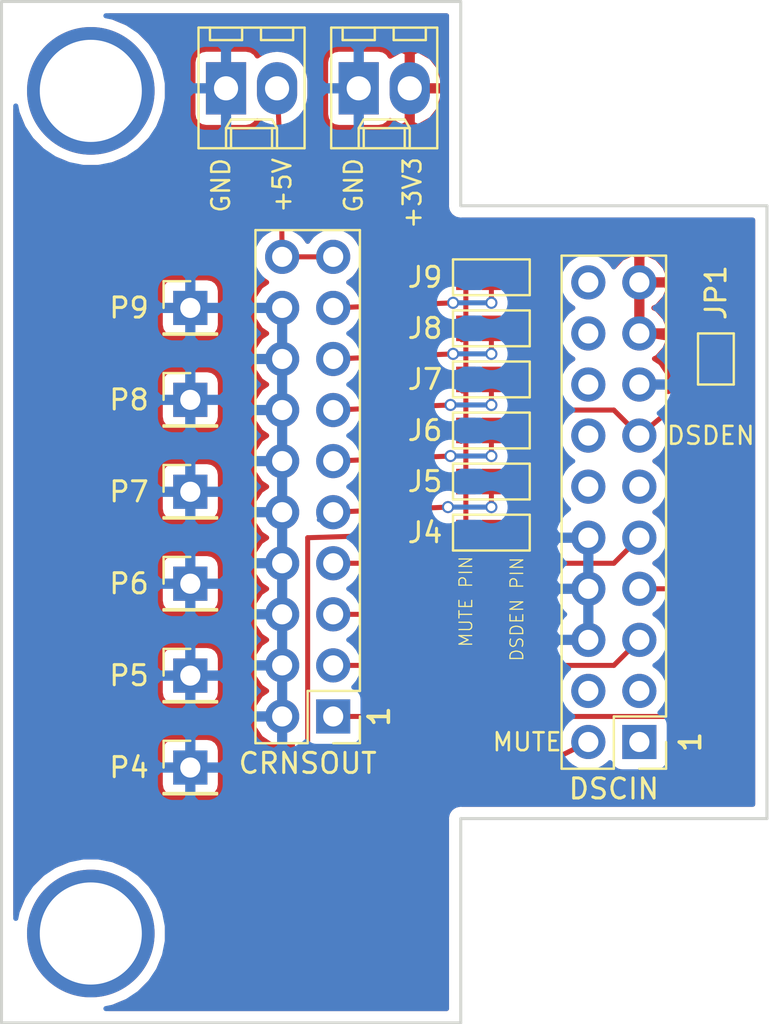
<source format=kicad_pcb>
(kicad_pcb (version 20171130) (host pcbnew "(5.0.0-rc2-dev-493-gd776eac)")

  (general
    (thickness 1.6)
    (drawings 18)
    (tracks 77)
    (zones 0)
    (modules 19)
    (nets 15)
  )

  (page USLetter)
  (layers
    (0 F.Cu signal)
    (31 B.Cu signal)
    (32 B.Adhes user)
    (33 F.Adhes user)
    (34 B.Paste user)
    (35 F.Paste user)
    (36 B.SilkS user)
    (37 F.SilkS user)
    (38 B.Mask user)
    (39 F.Mask user)
    (40 Dwgs.User user)
    (41 Cmts.User user)
    (42 Eco1.User user)
    (43 Eco2.User user)
    (44 Edge.Cuts user)
    (45 Margin user)
    (46 B.CrtYd user)
    (47 F.CrtYd user)
    (48 B.Fab user)
    (49 F.Fab user)
  )

  (setup
    (last_trace_width 0.25)
    (trace_clearance 0.2)
    (zone_clearance 0.508)
    (zone_45_only yes)
    (trace_min 0.2)
    (segment_width 0.2)
    (edge_width 0.15)
    (via_size 0.6)
    (via_drill 0.4)
    (via_min_size 0.4)
    (via_min_drill 0.3)
    (uvia_size 0.3)
    (uvia_drill 0.1)
    (uvias_allowed no)
    (uvia_min_size 0.2)
    (uvia_min_drill 0.1)
    (pcb_text_width 0.3)
    (pcb_text_size 1.5 1.5)
    (mod_edge_width 0.15)
    (mod_text_size 1 1)
    (mod_text_width 0.15)
    (pad_size 6.35 6.35)
    (pad_drill 5.08)
    (pad_to_mask_clearance 0.2)
    (aux_axis_origin 105.41 90.17)
    (grid_origin 130.81 100.33)
    (visible_elements FFFFEFFF)
    (pcbplotparams
      (layerselection 0x010f0_80000001)
      (usegerberextensions false)
      (usegerberattributes false)
      (usegerberadvancedattributes false)
      (creategerberjobfile false)
      (excludeedgelayer true)
      (linewidth 0.100000)
      (plotframeref false)
      (viasonmask false)
      (mode 1)
      (useauxorigin false)
      (hpglpennumber 1)
      (hpglpenspeed 20)
      (hpglpendiameter 15)
      (psnegative false)
      (psa4output false)
      (plotreference true)
      (plotvalue true)
      (plotinvisibletext false)
      (padsonsilk false)
      (subtractmaskfromsilk false)
      (outputformat 1)
      (mirror false)
      (drillshape 0)
      (scaleselection 1)
      (outputdirectory ""))
  )

  (net 0 "")
  (net 1 VCC)
  (net 2 GND)
  (net 3 "Net-(J2-Pad7)")
  (net 4 VDD)
  (net 5 "Net-(J2-Pad11)")
  (net 6 "Net-(CRNSOUT1-Pad1)")
  (net 7 "Net-(CRNSOUT1-Pad2)")
  (net 8 "Net-(CRNSOUT1-Pad3)")
  (net 9 "Net-(CRNSOUT1-Pad4)")
  (net 10 "Net-(CRNSOUT1-Pad5)")
  (net 11 "Net-(CRNSOUT1-Pad6)")
  (net 12 "Net-(CRNSOUT1-Pad7)")
  (net 13 "Net-(CRNSOUT1-Pad8)")
  (net 14 "Net-(CRNSOUT1-Pad9)")

  (net_class Default "This is the default net class."
    (clearance 0.2)
    (trace_width 0.25)
    (via_dia 0.6)
    (via_drill 0.4)
    (uvia_dia 0.3)
    (uvia_drill 0.1)
    (add_net GND)
    (add_net "Net-(CRNSOUT1-Pad1)")
    (add_net "Net-(CRNSOUT1-Pad2)")
    (add_net "Net-(CRNSOUT1-Pad3)")
    (add_net "Net-(CRNSOUT1-Pad4)")
    (add_net "Net-(CRNSOUT1-Pad5)")
    (add_net "Net-(CRNSOUT1-Pad6)")
    (add_net "Net-(CRNSOUT1-Pad7)")
    (add_net "Net-(CRNSOUT1-Pad8)")
    (add_net "Net-(CRNSOUT1-Pad9)")
    (add_net "Net-(J2-Pad11)")
    (add_net "Net-(J2-Pad7)")
    (add_net VCC)
    (add_net VDD)
  )

  (module Connectors:1pin (layer F.Cu) (tedit 5ADA65D5) (tstamp 5ADA6894)
    (at 103.505 132.715)
    (descr "module 1 pin (ou trou mecanique de percage)")
    (tags DEV)
    (fp_text reference REF2 (at 0 -3.048) (layer F.SilkS) hide
      (effects (font (size 1 1) (thickness 0.15)))
    )
    (fp_text value 1pin (at 0 3) (layer F.Fab)
      (effects (font (size 1 1) (thickness 0.15)))
    )
    (fp_circle (center 0 0) (end 2 0.8) (layer F.Fab) (width 0.1))
    (fp_circle (center 0 0) (end 2.6 0) (layer F.CrtYd) (width 0.05))
    (fp_circle (center 0 0) (end 0 -2.286) (layer F.SilkS) (width 0.12))
    (pad 1 thru_hole circle (at 0 0) (size 6.35 6.35) (drill 5.08) (layers *.Cu *.Mask))
  )

  (module Connectors:1pin (layer F.Cu) (tedit 5ADA64F2) (tstamp 5ADA6702)
    (at 103.505 90.805)
    (descr "module 1 pin (ou trou mecanique de percage)")
    (tags DEV)
    (fp_text reference REF1 (at 0 -3.048) (layer F.SilkS) hide
      (effects (font (size 1 1) (thickness 0.15)))
    )
    (fp_text value 1pin (at 0 3) (layer F.Fab)
      (effects (font (size 1 1) (thickness 0.15)))
    )
    (fp_circle (center 0 0) (end 2 0.8) (layer F.Fab) (width 0.1))
    (fp_circle (center 0 0) (end 2.6 0) (layer F.CrtYd) (width 0.05))
    (fp_circle (center 0 0) (end 0 -2.286) (layer F.SilkS) (width 0.12))
    (pad 1 thru_hole circle (at 0 0) (size 6.35 6.35) (drill 5.08) (layers *.Cu *.Mask))
  )

  (module Connectors:GS3 (layer F.Cu) (tedit 5AD907D3) (tstamp 5AD8DAED)
    (at 123.444 112.776 90)
    (descr "3-pin solder bridge")
    (tags "solder bridge")
    (path /5AD110F9)
    (attr smd)
    (fp_text reference J4 (at 0 -3.302 180) (layer F.SilkS)
      (effects (font (size 1 1) (thickness 0.15)))
    )
    (fp_text value GS4 (at 1.8 0 180) (layer F.Fab)
      (effects (font (size 1 1) (thickness 0.15)))
    )
    (fp_line (start -1.15 -2.15) (end 1.15 -2.15) (layer F.CrtYd) (width 0.05))
    (fp_line (start 1.15 -2.15) (end 1.15 2.15) (layer F.CrtYd) (width 0.05))
    (fp_line (start 1.15 2.15) (end -1.15 2.15) (layer F.CrtYd) (width 0.05))
    (fp_line (start -1.15 2.15) (end -1.15 -2.15) (layer F.CrtYd) (width 0.05))
    (fp_line (start -0.89 -1.91) (end -0.89 1.91) (layer F.SilkS) (width 0.12))
    (fp_line (start -0.89 1.91) (end 0.89 1.91) (layer F.SilkS) (width 0.12))
    (fp_line (start 0.89 1.91) (end 0.89 -1.91) (layer F.SilkS) (width 0.12))
    (fp_line (start -0.89 -1.91) (end 0.89 -1.91) (layer F.SilkS) (width 0.12))
    (pad 1 smd rect (at 0 -1.27 90) (size 1.27 0.97) (layers F.Cu F.Paste F.Mask)
      (net 5 "Net-(J2-Pad11)"))
    (pad 2 smd rect (at 0 0 90) (size 1.27 0.97) (layers F.Cu F.Paste F.Mask)
      (net 9 "Net-(CRNSOUT1-Pad4)"))
    (pad 3 smd rect (at 0 1.27 90) (size 1.27 0.97) (layers F.Cu F.Paste F.Mask)
      (net 3 "Net-(J2-Pad7)"))
  )

  (module Connectors:GS3 (layer F.Cu) (tedit 5AD907CD) (tstamp 5AD8DAFC)
    (at 123.444 110.236 90)
    (descr "3-pin solder bridge")
    (tags "solder bridge")
    (path /5AD115AE)
    (attr smd)
    (fp_text reference J5 (at 0 -3.302 180) (layer F.SilkS)
      (effects (font (size 1 1) (thickness 0.15)))
    )
    (fp_text value GS5 (at 1.8 0 180) (layer F.Fab)
      (effects (font (size 1 1) (thickness 0.15)))
    )
    (fp_line (start -1.15 -2.15) (end 1.15 -2.15) (layer F.CrtYd) (width 0.05))
    (fp_line (start 1.15 -2.15) (end 1.15 2.15) (layer F.CrtYd) (width 0.05))
    (fp_line (start 1.15 2.15) (end -1.15 2.15) (layer F.CrtYd) (width 0.05))
    (fp_line (start -1.15 2.15) (end -1.15 -2.15) (layer F.CrtYd) (width 0.05))
    (fp_line (start -0.89 -1.91) (end -0.89 1.91) (layer F.SilkS) (width 0.12))
    (fp_line (start -0.89 1.91) (end 0.89 1.91) (layer F.SilkS) (width 0.12))
    (fp_line (start 0.89 1.91) (end 0.89 -1.91) (layer F.SilkS) (width 0.12))
    (fp_line (start -0.89 -1.91) (end 0.89 -1.91) (layer F.SilkS) (width 0.12))
    (pad 1 smd rect (at 0 -1.27 90) (size 1.27 0.97) (layers F.Cu F.Paste F.Mask)
      (net 5 "Net-(J2-Pad11)"))
    (pad 2 smd rect (at 0 0 90) (size 1.27 0.97) (layers F.Cu F.Paste F.Mask)
      (net 10 "Net-(CRNSOUT1-Pad5)"))
    (pad 3 smd rect (at 0 1.27 90) (size 1.27 0.97) (layers F.Cu F.Paste F.Mask)
      (net 3 "Net-(J2-Pad7)"))
  )

  (module Connectors:GS3 (layer F.Cu) (tedit 5AD907C5) (tstamp 5AD8DB0B)
    (at 123.444 107.696 90)
    (descr "3-pin solder bridge")
    (tags "solder bridge")
    (path /5AD11081)
    (attr smd)
    (fp_text reference J6 (at 0 -3.302 180) (layer F.SilkS)
      (effects (font (size 1 1) (thickness 0.15)))
    )
    (fp_text value GS6 (at 1.8 0 180) (layer F.Fab)
      (effects (font (size 1 1) (thickness 0.15)))
    )
    (fp_line (start -1.15 -2.15) (end 1.15 -2.15) (layer F.CrtYd) (width 0.05))
    (fp_line (start 1.15 -2.15) (end 1.15 2.15) (layer F.CrtYd) (width 0.05))
    (fp_line (start 1.15 2.15) (end -1.15 2.15) (layer F.CrtYd) (width 0.05))
    (fp_line (start -1.15 2.15) (end -1.15 -2.15) (layer F.CrtYd) (width 0.05))
    (fp_line (start -0.89 -1.91) (end -0.89 1.91) (layer F.SilkS) (width 0.12))
    (fp_line (start -0.89 1.91) (end 0.89 1.91) (layer F.SilkS) (width 0.12))
    (fp_line (start 0.89 1.91) (end 0.89 -1.91) (layer F.SilkS) (width 0.12))
    (fp_line (start -0.89 -1.91) (end 0.89 -1.91) (layer F.SilkS) (width 0.12))
    (pad 1 smd rect (at 0 -1.27 90) (size 1.27 0.97) (layers F.Cu F.Paste F.Mask)
      (net 5 "Net-(J2-Pad11)"))
    (pad 2 smd rect (at 0 0 90) (size 1.27 0.97) (layers F.Cu F.Paste F.Mask)
      (net 11 "Net-(CRNSOUT1-Pad6)"))
    (pad 3 smd rect (at 0 1.27 90) (size 1.27 0.97) (layers F.Cu F.Paste F.Mask)
      (net 3 "Net-(J2-Pad7)"))
  )

  (module Connectors:GS3 (layer F.Cu) (tedit 5AD907BC) (tstamp 5AD8DB1A)
    (at 123.444 105.156 90)
    (descr "3-pin solder bridge")
    (tags "solder bridge")
    (path /5AD115A8)
    (attr smd)
    (fp_text reference J7 (at 0 -3.302 180) (layer F.SilkS)
      (effects (font (size 1 1) (thickness 0.15)))
    )
    (fp_text value GS7 (at 1.8 0 180) (layer F.Fab)
      (effects (font (size 1 1) (thickness 0.15)))
    )
    (fp_line (start -1.15 -2.15) (end 1.15 -2.15) (layer F.CrtYd) (width 0.05))
    (fp_line (start 1.15 -2.15) (end 1.15 2.15) (layer F.CrtYd) (width 0.05))
    (fp_line (start 1.15 2.15) (end -1.15 2.15) (layer F.CrtYd) (width 0.05))
    (fp_line (start -1.15 2.15) (end -1.15 -2.15) (layer F.CrtYd) (width 0.05))
    (fp_line (start -0.89 -1.91) (end -0.89 1.91) (layer F.SilkS) (width 0.12))
    (fp_line (start -0.89 1.91) (end 0.89 1.91) (layer F.SilkS) (width 0.12))
    (fp_line (start 0.89 1.91) (end 0.89 -1.91) (layer F.SilkS) (width 0.12))
    (fp_line (start -0.89 -1.91) (end 0.89 -1.91) (layer F.SilkS) (width 0.12))
    (pad 1 smd rect (at 0 -1.27 90) (size 1.27 0.97) (layers F.Cu F.Paste F.Mask)
      (net 5 "Net-(J2-Pad11)"))
    (pad 2 smd rect (at 0 0 90) (size 1.27 0.97) (layers F.Cu F.Paste F.Mask)
      (net 12 "Net-(CRNSOUT1-Pad7)"))
    (pad 3 smd rect (at 0 1.27 90) (size 1.27 0.97) (layers F.Cu F.Paste F.Mask)
      (net 3 "Net-(J2-Pad7)"))
  )

  (module Connectors:GS3 (layer F.Cu) (tedit 5AD907B3) (tstamp 5AD8DB29)
    (at 123.444 102.616 90)
    (descr "3-pin solder bridge")
    (tags "solder bridge")
    (path /5AD10B1A)
    (attr smd)
    (fp_text reference J8 (at 0 -3.302 180) (layer F.SilkS)
      (effects (font (size 1 1) (thickness 0.15)))
    )
    (fp_text value GS8 (at 1.8 0 180) (layer F.Fab)
      (effects (font (size 1 1) (thickness 0.15)))
    )
    (fp_line (start -1.15 -2.15) (end 1.15 -2.15) (layer F.CrtYd) (width 0.05))
    (fp_line (start 1.15 -2.15) (end 1.15 2.15) (layer F.CrtYd) (width 0.05))
    (fp_line (start 1.15 2.15) (end -1.15 2.15) (layer F.CrtYd) (width 0.05))
    (fp_line (start -1.15 2.15) (end -1.15 -2.15) (layer F.CrtYd) (width 0.05))
    (fp_line (start -0.89 -1.91) (end -0.89 1.91) (layer F.SilkS) (width 0.12))
    (fp_line (start -0.89 1.91) (end 0.89 1.91) (layer F.SilkS) (width 0.12))
    (fp_line (start 0.89 1.91) (end 0.89 -1.91) (layer F.SilkS) (width 0.12))
    (fp_line (start -0.89 -1.91) (end 0.89 -1.91) (layer F.SilkS) (width 0.12))
    (pad 1 smd rect (at 0 -1.27 90) (size 1.27 0.97) (layers F.Cu F.Paste F.Mask)
      (net 5 "Net-(J2-Pad11)"))
    (pad 2 smd rect (at 0 0 90) (size 1.27 0.97) (layers F.Cu F.Paste F.Mask)
      (net 13 "Net-(CRNSOUT1-Pad8)"))
    (pad 3 smd rect (at 0 1.27 90) (size 1.27 0.97) (layers F.Cu F.Paste F.Mask)
      (net 3 "Net-(J2-Pad7)"))
  )

  (module Connectors:GS3 (layer F.Cu) (tedit 5AD907AA) (tstamp 5AD8DB38)
    (at 123.444 100.076 90)
    (descr "3-pin solder bridge")
    (tags "solder bridge")
    (path /5AD115A2)
    (attr smd)
    (fp_text reference J9 (at 0 -3.302 180) (layer F.SilkS)
      (effects (font (size 1 1) (thickness 0.15)))
    )
    (fp_text value GS9 (at 1.8 0 180) (layer F.Fab)
      (effects (font (size 1 1) (thickness 0.15)))
    )
    (fp_line (start -1.15 -2.15) (end 1.15 -2.15) (layer F.CrtYd) (width 0.05))
    (fp_line (start 1.15 -2.15) (end 1.15 2.15) (layer F.CrtYd) (width 0.05))
    (fp_line (start 1.15 2.15) (end -1.15 2.15) (layer F.CrtYd) (width 0.05))
    (fp_line (start -1.15 2.15) (end -1.15 -2.15) (layer F.CrtYd) (width 0.05))
    (fp_line (start -0.89 -1.91) (end -0.89 1.91) (layer F.SilkS) (width 0.12))
    (fp_line (start -0.89 1.91) (end 0.89 1.91) (layer F.SilkS) (width 0.12))
    (fp_line (start 0.89 1.91) (end 0.89 -1.91) (layer F.SilkS) (width 0.12))
    (fp_line (start -0.89 -1.91) (end 0.89 -1.91) (layer F.SilkS) (width 0.12))
    (pad 1 smd rect (at 0 -1.27 90) (size 1.27 0.97) (layers F.Cu F.Paste F.Mask)
      (net 5 "Net-(J2-Pad11)"))
    (pad 2 smd rect (at 0 0 90) (size 1.27 0.97) (layers F.Cu F.Paste F.Mask)
      (net 14 "Net-(CRNSOUT1-Pad9)"))
    (pad 3 smd rect (at 0 1.27 90) (size 1.27 0.97) (layers F.Cu F.Paste F.Mask)
      (net 3 "Net-(J2-Pad7)"))
  )

  (module Connectors:GS2 (layer F.Cu) (tedit 5AD907E1) (tstamp 5AD8DB46)
    (at 134.62 104.14 180)
    (descr "2-pin solder bridge")
    (tags "solder bridge")
    (path /5ACE3739)
    (attr smd)
    (fp_text reference JP1 (at 0 3.302 270) (layer F.SilkS)
      (effects (font (size 1 1) (thickness 0.15)))
    )
    (fp_text value DSD_EN_3V3 (at -1.8 0 270) (layer F.Fab)
      (effects (font (size 1 1) (thickness 0.15)))
    )
    (fp_line (start 1.1 -1.45) (end 1.1 1.5) (layer F.CrtYd) (width 0.05))
    (fp_line (start 1.1 1.5) (end -1.1 1.5) (layer F.CrtYd) (width 0.05))
    (fp_line (start -1.1 1.5) (end -1.1 -1.45) (layer F.CrtYd) (width 0.05))
    (fp_line (start -1.1 -1.45) (end 1.1 -1.45) (layer F.CrtYd) (width 0.05))
    (fp_line (start -0.89 -1.27) (end -0.89 1.27) (layer F.SilkS) (width 0.12))
    (fp_line (start 0.89 1.27) (end 0.89 -1.27) (layer F.SilkS) (width 0.12))
    (fp_line (start 0.89 1.27) (end -0.89 1.27) (layer F.SilkS) (width 0.12))
    (fp_line (start -0.89 -1.27) (end 0.89 -1.27) (layer F.SilkS) (width 0.12))
    (pad 1 smd rect (at 0 -0.64 180) (size 1.27 0.97) (layers F.Cu F.Paste F.Mask)
      (net 3 "Net-(J2-Pad7)"))
    (pad 2 smd rect (at 0 0.64 180) (size 1.27 0.97) (layers F.Cu F.Paste F.Mask)
      (net 4 VDD))
  )

  (module Pin_Headers:Pin_Header_Straight_1x01_Pitch2.54mm (layer F.Cu) (tedit 5AD9081E) (tstamp 5AD8DB5B)
    (at 108.458 124.46)
    (descr "Through hole straight pin header, 1x01, 2.54mm pitch, single row")
    (tags "Through hole pin header THT 1x01 2.54mm single row")
    (path /5ACE545C)
    (fp_text reference P4 (at -3.048 0) (layer F.SilkS)
      (effects (font (size 1 1) (thickness 0.15)))
    )
    (fp_text value GND4 (at 0 2.33) (layer F.Fab)
      (effects (font (size 1 1) (thickness 0.15)))
    )
    (fp_line (start -0.635 -1.27) (end 1.27 -1.27) (layer F.Fab) (width 0.1))
    (fp_line (start 1.27 -1.27) (end 1.27 1.27) (layer F.Fab) (width 0.1))
    (fp_line (start 1.27 1.27) (end -1.27 1.27) (layer F.Fab) (width 0.1))
    (fp_line (start -1.27 1.27) (end -1.27 -0.635) (layer F.Fab) (width 0.1))
    (fp_line (start -1.27 -0.635) (end -0.635 -1.27) (layer F.Fab) (width 0.1))
    (fp_line (start -1.33 1.33) (end 1.33 1.33) (layer F.SilkS) (width 0.12))
    (fp_line (start -1.33 1.27) (end -1.33 1.33) (layer F.SilkS) (width 0.12))
    (fp_line (start 1.33 1.27) (end 1.33 1.33) (layer F.SilkS) (width 0.12))
    (fp_line (start -1.33 1.27) (end 1.33 1.27) (layer F.SilkS) (width 0.12))
    (fp_line (start -1.33 0) (end -1.33 -1.33) (layer F.SilkS) (width 0.12))
    (fp_line (start -1.33 -1.33) (end 0 -1.33) (layer F.SilkS) (width 0.12))
    (fp_line (start -1.8 -1.8) (end -1.8 1.8) (layer F.CrtYd) (width 0.05))
    (fp_line (start -1.8 1.8) (end 1.8 1.8) (layer F.CrtYd) (width 0.05))
    (fp_line (start 1.8 1.8) (end 1.8 -1.8) (layer F.CrtYd) (width 0.05))
    (fp_line (start 1.8 -1.8) (end -1.8 -1.8) (layer F.CrtYd) (width 0.05))
    (fp_text user %R (at 0 0 90) (layer F.Fab)
      (effects (font (size 1 1) (thickness 0.15)))
    )
    (pad 1 thru_hole rect (at 0 0) (size 1.7 1.7) (drill 1) (layers *.Cu *.Mask)
      (net 2 GND))
    (model ${KISYS3DMOD}/Pin_Headers.3dshapes/Pin_Header_Straight_1x01_Pitch2.54mm.wrl
      (at (xyz 0 0 0))
      (scale (xyz 1 1 1))
      (rotate (xyz 0 0 0))
    )
  )

  (module Pin_Headers:Pin_Header_Straight_1x01_Pitch2.54mm (layer F.Cu) (tedit 5AD90816) (tstamp 5AD8DB70)
    (at 108.458 119.888)
    (descr "Through hole straight pin header, 1x01, 2.54mm pitch, single row")
    (tags "Through hole pin header THT 1x01 2.54mm single row")
    (path /5ACE5415)
    (fp_text reference P5 (at -3.048 0) (layer F.SilkS)
      (effects (font (size 1 1) (thickness 0.15)))
    )
    (fp_text value GND5 (at 0 2.33) (layer F.Fab)
      (effects (font (size 1 1) (thickness 0.15)))
    )
    (fp_line (start -0.635 -1.27) (end 1.27 -1.27) (layer F.Fab) (width 0.1))
    (fp_line (start 1.27 -1.27) (end 1.27 1.27) (layer F.Fab) (width 0.1))
    (fp_line (start 1.27 1.27) (end -1.27 1.27) (layer F.Fab) (width 0.1))
    (fp_line (start -1.27 1.27) (end -1.27 -0.635) (layer F.Fab) (width 0.1))
    (fp_line (start -1.27 -0.635) (end -0.635 -1.27) (layer F.Fab) (width 0.1))
    (fp_line (start -1.33 1.33) (end 1.33 1.33) (layer F.SilkS) (width 0.12))
    (fp_line (start -1.33 1.27) (end -1.33 1.33) (layer F.SilkS) (width 0.12))
    (fp_line (start 1.33 1.27) (end 1.33 1.33) (layer F.SilkS) (width 0.12))
    (fp_line (start -1.33 1.27) (end 1.33 1.27) (layer F.SilkS) (width 0.12))
    (fp_line (start -1.33 0) (end -1.33 -1.33) (layer F.SilkS) (width 0.12))
    (fp_line (start -1.33 -1.33) (end 0 -1.33) (layer F.SilkS) (width 0.12))
    (fp_line (start -1.8 -1.8) (end -1.8 1.8) (layer F.CrtYd) (width 0.05))
    (fp_line (start -1.8 1.8) (end 1.8 1.8) (layer F.CrtYd) (width 0.05))
    (fp_line (start 1.8 1.8) (end 1.8 -1.8) (layer F.CrtYd) (width 0.05))
    (fp_line (start 1.8 -1.8) (end -1.8 -1.8) (layer F.CrtYd) (width 0.05))
    (fp_text user %R (at 0 0 90) (layer F.Fab)
      (effects (font (size 1 1) (thickness 0.15)))
    )
    (pad 1 thru_hole rect (at 0 0) (size 1.7 1.7) (drill 1) (layers *.Cu *.Mask)
      (net 2 GND))
    (model ${KISYS3DMOD}/Pin_Headers.3dshapes/Pin_Header_Straight_1x01_Pitch2.54mm.wrl
      (at (xyz 0 0 0))
      (scale (xyz 1 1 1))
      (rotate (xyz 0 0 0))
    )
  )

  (module Pin_Headers:Pin_Header_Straight_1x01_Pitch2.54mm (layer F.Cu) (tedit 5AD9080D) (tstamp 5AD8DB85)
    (at 108.458 115.316)
    (descr "Through hole straight pin header, 1x01, 2.54mm pitch, single row")
    (tags "Through hole pin header THT 1x01 2.54mm single row")
    (path /5ACE53D0)
    (fp_text reference P6 (at -3.048 0) (layer F.SilkS)
      (effects (font (size 1 1) (thickness 0.15)))
    )
    (fp_text value GND6 (at 0 2.33) (layer F.Fab)
      (effects (font (size 1 1) (thickness 0.15)))
    )
    (fp_line (start -0.635 -1.27) (end 1.27 -1.27) (layer F.Fab) (width 0.1))
    (fp_line (start 1.27 -1.27) (end 1.27 1.27) (layer F.Fab) (width 0.1))
    (fp_line (start 1.27 1.27) (end -1.27 1.27) (layer F.Fab) (width 0.1))
    (fp_line (start -1.27 1.27) (end -1.27 -0.635) (layer F.Fab) (width 0.1))
    (fp_line (start -1.27 -0.635) (end -0.635 -1.27) (layer F.Fab) (width 0.1))
    (fp_line (start -1.33 1.33) (end 1.33 1.33) (layer F.SilkS) (width 0.12))
    (fp_line (start -1.33 1.27) (end -1.33 1.33) (layer F.SilkS) (width 0.12))
    (fp_line (start 1.33 1.27) (end 1.33 1.33) (layer F.SilkS) (width 0.12))
    (fp_line (start -1.33 1.27) (end 1.33 1.27) (layer F.SilkS) (width 0.12))
    (fp_line (start -1.33 0) (end -1.33 -1.33) (layer F.SilkS) (width 0.12))
    (fp_line (start -1.33 -1.33) (end 0 -1.33) (layer F.SilkS) (width 0.12))
    (fp_line (start -1.8 -1.8) (end -1.8 1.8) (layer F.CrtYd) (width 0.05))
    (fp_line (start -1.8 1.8) (end 1.8 1.8) (layer F.CrtYd) (width 0.05))
    (fp_line (start 1.8 1.8) (end 1.8 -1.8) (layer F.CrtYd) (width 0.05))
    (fp_line (start 1.8 -1.8) (end -1.8 -1.8) (layer F.CrtYd) (width 0.05))
    (fp_text user %R (at 0 0 90) (layer F.Fab)
      (effects (font (size 1 1) (thickness 0.15)))
    )
    (pad 1 thru_hole rect (at 0 0) (size 1.7 1.7) (drill 1) (layers *.Cu *.Mask)
      (net 2 GND))
    (model ${KISYS3DMOD}/Pin_Headers.3dshapes/Pin_Header_Straight_1x01_Pitch2.54mm.wrl
      (at (xyz 0 0 0))
      (scale (xyz 1 1 1))
      (rotate (xyz 0 0 0))
    )
  )

  (module Pin_Headers:Pin_Header_Straight_1x01_Pitch2.54mm (layer F.Cu) (tedit 5AD90803) (tstamp 5AD8DB9A)
    (at 108.458 110.744)
    (descr "Through hole straight pin header, 1x01, 2.54mm pitch, single row")
    (tags "Through hole pin header THT 1x01 2.54mm single row")
    (path /5ACE539D)
    (fp_text reference P7 (at -3.048 0) (layer F.SilkS)
      (effects (font (size 1 1) (thickness 0.15)))
    )
    (fp_text value GND7 (at 0 2.33) (layer F.Fab)
      (effects (font (size 1 1) (thickness 0.15)))
    )
    (fp_line (start -0.635 -1.27) (end 1.27 -1.27) (layer F.Fab) (width 0.1))
    (fp_line (start 1.27 -1.27) (end 1.27 1.27) (layer F.Fab) (width 0.1))
    (fp_line (start 1.27 1.27) (end -1.27 1.27) (layer F.Fab) (width 0.1))
    (fp_line (start -1.27 1.27) (end -1.27 -0.635) (layer F.Fab) (width 0.1))
    (fp_line (start -1.27 -0.635) (end -0.635 -1.27) (layer F.Fab) (width 0.1))
    (fp_line (start -1.33 1.33) (end 1.33 1.33) (layer F.SilkS) (width 0.12))
    (fp_line (start -1.33 1.27) (end -1.33 1.33) (layer F.SilkS) (width 0.12))
    (fp_line (start 1.33 1.27) (end 1.33 1.33) (layer F.SilkS) (width 0.12))
    (fp_line (start -1.33 1.27) (end 1.33 1.27) (layer F.SilkS) (width 0.12))
    (fp_line (start -1.33 0) (end -1.33 -1.33) (layer F.SilkS) (width 0.12))
    (fp_line (start -1.33 -1.33) (end 0 -1.33) (layer F.SilkS) (width 0.12))
    (fp_line (start -1.8 -1.8) (end -1.8 1.8) (layer F.CrtYd) (width 0.05))
    (fp_line (start -1.8 1.8) (end 1.8 1.8) (layer F.CrtYd) (width 0.05))
    (fp_line (start 1.8 1.8) (end 1.8 -1.8) (layer F.CrtYd) (width 0.05))
    (fp_line (start 1.8 -1.8) (end -1.8 -1.8) (layer F.CrtYd) (width 0.05))
    (fp_text user %R (at 0 0 90) (layer F.Fab)
      (effects (font (size 1 1) (thickness 0.15)))
    )
    (pad 1 thru_hole rect (at 0 0) (size 1.7 1.7) (drill 1) (layers *.Cu *.Mask)
      (net 2 GND))
    (model ${KISYS3DMOD}/Pin_Headers.3dshapes/Pin_Header_Straight_1x01_Pitch2.54mm.wrl
      (at (xyz 0 0 0))
      (scale (xyz 1 1 1))
      (rotate (xyz 0 0 0))
    )
  )

  (module Pin_Headers:Pin_Header_Straight_1x01_Pitch2.54mm (layer F.Cu) (tedit 5AD907F6) (tstamp 5AD8DBAF)
    (at 108.458 106.172)
    (descr "Through hole straight pin header, 1x01, 2.54mm pitch, single row")
    (tags "Through hole pin header THT 1x01 2.54mm single row")
    (path /5ACE534C)
    (fp_text reference P8 (at -3.048 0) (layer F.SilkS)
      (effects (font (size 1 1) (thickness 0.15)))
    )
    (fp_text value GND8 (at 0 2.33) (layer F.Fab)
      (effects (font (size 1 1) (thickness 0.15)))
    )
    (fp_line (start -0.635 -1.27) (end 1.27 -1.27) (layer F.Fab) (width 0.1))
    (fp_line (start 1.27 -1.27) (end 1.27 1.27) (layer F.Fab) (width 0.1))
    (fp_line (start 1.27 1.27) (end -1.27 1.27) (layer F.Fab) (width 0.1))
    (fp_line (start -1.27 1.27) (end -1.27 -0.635) (layer F.Fab) (width 0.1))
    (fp_line (start -1.27 -0.635) (end -0.635 -1.27) (layer F.Fab) (width 0.1))
    (fp_line (start -1.33 1.33) (end 1.33 1.33) (layer F.SilkS) (width 0.12))
    (fp_line (start -1.33 1.27) (end -1.33 1.33) (layer F.SilkS) (width 0.12))
    (fp_line (start 1.33 1.27) (end 1.33 1.33) (layer F.SilkS) (width 0.12))
    (fp_line (start -1.33 1.27) (end 1.33 1.27) (layer F.SilkS) (width 0.12))
    (fp_line (start -1.33 0) (end -1.33 -1.33) (layer F.SilkS) (width 0.12))
    (fp_line (start -1.33 -1.33) (end 0 -1.33) (layer F.SilkS) (width 0.12))
    (fp_line (start -1.8 -1.8) (end -1.8 1.8) (layer F.CrtYd) (width 0.05))
    (fp_line (start -1.8 1.8) (end 1.8 1.8) (layer F.CrtYd) (width 0.05))
    (fp_line (start 1.8 1.8) (end 1.8 -1.8) (layer F.CrtYd) (width 0.05))
    (fp_line (start 1.8 -1.8) (end -1.8 -1.8) (layer F.CrtYd) (width 0.05))
    (fp_text user %R (at 0 0 90) (layer F.Fab)
      (effects (font (size 1 1) (thickness 0.15)))
    )
    (pad 1 thru_hole rect (at 0 0) (size 1.7 1.7) (drill 1) (layers *.Cu *.Mask)
      (net 2 GND))
    (model ${KISYS3DMOD}/Pin_Headers.3dshapes/Pin_Header_Straight_1x01_Pitch2.54mm.wrl
      (at (xyz 0 0 0))
      (scale (xyz 1 1 1))
      (rotate (xyz 0 0 0))
    )
  )

  (module Pin_Headers:Pin_Header_Straight_1x01_Pitch2.54mm (layer F.Cu) (tedit 5AD907EB) (tstamp 5AD8DBC4)
    (at 108.458 101.6)
    (descr "Through hole straight pin header, 1x01, 2.54mm pitch, single row")
    (tags "Through hole pin header THT 1x01 2.54mm single row")
    (path /5ACE4F80)
    (fp_text reference P9 (at -3.048 0) (layer F.SilkS)
      (effects (font (size 1 1) (thickness 0.15)))
    )
    (fp_text value GND9 (at 0 2.33) (layer F.Fab)
      (effects (font (size 1 1) (thickness 0.15)))
    )
    (fp_line (start -0.635 -1.27) (end 1.27 -1.27) (layer F.Fab) (width 0.1))
    (fp_line (start 1.27 -1.27) (end 1.27 1.27) (layer F.Fab) (width 0.1))
    (fp_line (start 1.27 1.27) (end -1.27 1.27) (layer F.Fab) (width 0.1))
    (fp_line (start -1.27 1.27) (end -1.27 -0.635) (layer F.Fab) (width 0.1))
    (fp_line (start -1.27 -0.635) (end -0.635 -1.27) (layer F.Fab) (width 0.1))
    (fp_line (start -1.33 1.33) (end 1.33 1.33) (layer F.SilkS) (width 0.12))
    (fp_line (start -1.33 1.27) (end -1.33 1.33) (layer F.SilkS) (width 0.12))
    (fp_line (start 1.33 1.27) (end 1.33 1.33) (layer F.SilkS) (width 0.12))
    (fp_line (start -1.33 1.27) (end 1.33 1.27) (layer F.SilkS) (width 0.12))
    (fp_line (start -1.33 0) (end -1.33 -1.33) (layer F.SilkS) (width 0.12))
    (fp_line (start -1.33 -1.33) (end 0 -1.33) (layer F.SilkS) (width 0.12))
    (fp_line (start -1.8 -1.8) (end -1.8 1.8) (layer F.CrtYd) (width 0.05))
    (fp_line (start -1.8 1.8) (end 1.8 1.8) (layer F.CrtYd) (width 0.05))
    (fp_line (start 1.8 1.8) (end 1.8 -1.8) (layer F.CrtYd) (width 0.05))
    (fp_line (start 1.8 -1.8) (end -1.8 -1.8) (layer F.CrtYd) (width 0.05))
    (fp_text user %R (at 0 0 90) (layer F.Fab)
      (effects (font (size 1 1) (thickness 0.15)))
    )
    (pad 1 thru_hole rect (at 0 0) (size 1.7 1.7) (drill 1) (layers *.Cu *.Mask)
      (net 2 GND))
    (model ${KISYS3DMOD}/Pin_Headers.3dshapes/Pin_Header_Straight_1x01_Pitch2.54mm.wrl
      (at (xyz 0 0 0))
      (scale (xyz 1 1 1))
      (rotate (xyz 0 0 0))
    )
  )

  (module Custom_Modules:Molex_KK-6410-02_02x2.54mm_Straight_Power (layer F.Cu) (tedit 5AD8F0C8) (tstamp 5AD8E0D4)
    (at 116.84 90.678)
    (descr "Connector Headers with Friction Lock, 22-27-2021, http://www.molex.com/pdm_docs/sd/022272021_sd.pdf")
    (tags "connector molex kk_6410 22-27-2021")
    (path /5AD101C2)
    (fp_text reference PWR_3V31 (at 1 -4.5) (layer F.SilkS) hide
      (effects (font (size 1 1) (thickness 0.15)))
    )
    (fp_text value PWR_3V3 (at 1.27 4.5) (layer F.Fab) hide
      (effects (font (size 1 1) (thickness 0.15)))
    )
    (fp_line (start -1.47 -3.12) (end -1.47 3.08) (layer F.Fab) (width 0.12))
    (fp_line (start -1.47 3.08) (end 4.01 3.08) (layer F.Fab) (width 0.12))
    (fp_line (start 4.01 3.08) (end 4.01 -3.12) (layer F.Fab) (width 0.12))
    (fp_line (start 4.01 -3.12) (end -1.47 -3.12) (layer F.Fab) (width 0.12))
    (fp_line (start -1.37 -3.02) (end -1.37 2.98) (layer F.SilkS) (width 0.12))
    (fp_line (start -1.37 2.98) (end 3.91 2.98) (layer F.SilkS) (width 0.12))
    (fp_line (start 3.91 2.98) (end 3.91 -3.02) (layer F.SilkS) (width 0.12))
    (fp_line (start 3.91 -3.02) (end -1.37 -3.02) (layer F.SilkS) (width 0.12))
    (fp_line (start 0 2.98) (end 0 1.98) (layer F.SilkS) (width 0.12))
    (fp_line (start 0 1.98) (end 2.54 1.98) (layer F.SilkS) (width 0.12))
    (fp_line (start 2.54 1.98) (end 2.54 2.98) (layer F.SilkS) (width 0.12))
    (fp_line (start 0 1.98) (end 0.25 1.55) (layer F.SilkS) (width 0.12))
    (fp_line (start 0.25 1.55) (end 2.29 1.55) (layer F.SilkS) (width 0.12))
    (fp_line (start 2.29 1.55) (end 2.54 1.98) (layer F.SilkS) (width 0.12))
    (fp_line (start 0.25 2.98) (end 0.25 1.98) (layer F.SilkS) (width 0.12))
    (fp_line (start 2.29 2.98) (end 2.29 1.98) (layer F.SilkS) (width 0.12))
    (fp_line (start -0.8 -3.02) (end -0.8 -2.4) (layer F.SilkS) (width 0.12))
    (fp_line (start -0.8 -2.4) (end 0.8 -2.4) (layer F.SilkS) (width 0.12))
    (fp_line (start 0.8 -2.4) (end 0.8 -3.02) (layer F.SilkS) (width 0.12))
    (fp_line (start 1.74 -3.02) (end 1.74 -2.4) (layer F.SilkS) (width 0.12))
    (fp_line (start 1.74 -2.4) (end 3.34 -2.4) (layer F.SilkS) (width 0.12))
    (fp_line (start 3.34 -2.4) (end 3.34 -3.02) (layer F.SilkS) (width 0.12))
    (fp_line (start -1.9 3.5) (end -1.9 -3.55) (layer F.CrtYd) (width 0.05))
    (fp_line (start -1.9 -3.55) (end 4.45 -3.55) (layer F.CrtYd) (width 0.05))
    (fp_line (start 4.45 -3.55) (end 4.45 3.5) (layer F.CrtYd) (width 0.05))
    (fp_line (start 4.45 3.5) (end -1.9 3.5) (layer F.CrtYd) (width 0.05))
    (fp_text user %R (at 1.27 0) (layer F.Fab)
      (effects (font (size 1 1) (thickness 0.15)))
    )
    (pad GND thru_hole rect (at 0 0) (size 2 2.6) (drill 1.2) (layers *.Cu *.Mask)
      (net 2 GND))
    (pad VCC thru_hole oval (at 2.54 0) (size 2 2.6) (drill 1.2) (layers *.Cu *.Mask)
      (net 4 VDD))
    (model ${KISYS3DMOD}/Connectors_Molex.3dshapes/Molex_KK-6410-02_02x2.54mm_Straight.wrl
      (at (xyz 0 0 0))
      (scale (xyz 1 1 1))
      (rotate (xyz 0 0 0))
    )
  )

  (module Custom_Modules:Molex_KK-6410-02_02x2.54mm_Straight_Power (layer F.Cu) (tedit 5AD8F0C3) (tstamp 5AD8E0F5)
    (at 110.236 90.678)
    (descr "Connector Headers with Friction Lock, 22-27-2021, http://www.molex.com/pdm_docs/sd/022272021_sd.pdf")
    (tags "connector molex kk_6410 22-27-2021")
    (path /5ACE33CA)
    (fp_text reference PWR_5V1 (at 0 -4.572) (layer F.SilkS) hide
      (effects (font (size 1 1) (thickness 0.15)))
    )
    (fp_text value PWR_5V (at 1.27 4.5) (layer F.Fab) hide
      (effects (font (size 1 1) (thickness 0.15)))
    )
    (fp_line (start -1.47 -3.12) (end -1.47 3.08) (layer F.Fab) (width 0.12))
    (fp_line (start -1.47 3.08) (end 4.01 3.08) (layer F.Fab) (width 0.12))
    (fp_line (start 4.01 3.08) (end 4.01 -3.12) (layer F.Fab) (width 0.12))
    (fp_line (start 4.01 -3.12) (end -1.47 -3.12) (layer F.Fab) (width 0.12))
    (fp_line (start -1.37 -3.02) (end -1.37 2.98) (layer F.SilkS) (width 0.12))
    (fp_line (start -1.37 2.98) (end 3.91 2.98) (layer F.SilkS) (width 0.12))
    (fp_line (start 3.91 2.98) (end 3.91 -3.02) (layer F.SilkS) (width 0.12))
    (fp_line (start 3.91 -3.02) (end -1.37 -3.02) (layer F.SilkS) (width 0.12))
    (fp_line (start 0 2.98) (end 0 1.98) (layer F.SilkS) (width 0.12))
    (fp_line (start 0 1.98) (end 2.54 1.98) (layer F.SilkS) (width 0.12))
    (fp_line (start 2.54 1.98) (end 2.54 2.98) (layer F.SilkS) (width 0.12))
    (fp_line (start 0 1.98) (end 0.25 1.55) (layer F.SilkS) (width 0.12))
    (fp_line (start 0.25 1.55) (end 2.29 1.55) (layer F.SilkS) (width 0.12))
    (fp_line (start 2.29 1.55) (end 2.54 1.98) (layer F.SilkS) (width 0.12))
    (fp_line (start 0.25 2.98) (end 0.25 1.98) (layer F.SilkS) (width 0.12))
    (fp_line (start 2.29 2.98) (end 2.29 1.98) (layer F.SilkS) (width 0.12))
    (fp_line (start -0.8 -3.02) (end -0.8 -2.4) (layer F.SilkS) (width 0.12))
    (fp_line (start -0.8 -2.4) (end 0.8 -2.4) (layer F.SilkS) (width 0.12))
    (fp_line (start 0.8 -2.4) (end 0.8 -3.02) (layer F.SilkS) (width 0.12))
    (fp_line (start 1.74 -3.02) (end 1.74 -2.4) (layer F.SilkS) (width 0.12))
    (fp_line (start 1.74 -2.4) (end 3.34 -2.4) (layer F.SilkS) (width 0.12))
    (fp_line (start 3.34 -2.4) (end 3.34 -3.02) (layer F.SilkS) (width 0.12))
    (fp_line (start -1.9 3.5) (end -1.9 -3.55) (layer F.CrtYd) (width 0.05))
    (fp_line (start -1.9 -3.55) (end 4.45 -3.55) (layer F.CrtYd) (width 0.05))
    (fp_line (start 4.45 -3.55) (end 4.45 3.5) (layer F.CrtYd) (width 0.05))
    (fp_line (start 4.45 3.5) (end -1.9 3.5) (layer F.CrtYd) (width 0.05))
    (fp_text user %R (at 1.27 0) (layer F.Fab)
      (effects (font (size 1 1) (thickness 0.15)))
    )
    (pad GND thru_hole rect (at 0 0) (size 2 2.6) (drill 1.2) (layers *.Cu *.Mask)
      (net 2 GND))
    (pad VCC thru_hole oval (at 2.54 0) (size 2 2.6) (drill 1.2) (layers *.Cu *.Mask)
      (net 1 VCC))
    (model ${KISYS3DMOD}/Connectors_Molex.3dshapes/Molex_KK-6410-02_02x2.54mm_Straight.wrl
      (at (xyz 0 0 0))
      (scale (xyz 1 1 1))
      (rotate (xyz 0 0 0))
    )
  )

  (module Headers:Pin_Header_Straight_2x10_Top_To_Bottom_Pitch2.54mm (layer F.Cu) (tedit 5ADA683B) (tstamp 5AD9663D)
    (at 115.57 121.92 180)
    (descr "Through hole straight pin header, 2x10, 2.54mm pitch, double rows")
    (tags "Through hole pin header THT 2x10 2.54mm double row")
    (path /5ACE2CF1)
    (fp_text reference CRNSOUT (at 1.27 -2.33 180) (layer F.SilkS)
      (effects (font (size 1 1) (thickness 0.15)))
    )
    (fp_text value CRNSOUT (at -2.54 11.43 270) (layer F.Fab)
      (effects (font (size 1 1) (thickness 0.15)))
    )
    (fp_line (start 0 -1.27) (end 3.81 -1.27) (layer F.Fab) (width 0.1))
    (fp_line (start 3.81 -1.27) (end 3.81 24.13) (layer F.Fab) (width 0.1))
    (fp_line (start 3.81 24.13) (end -1.27 24.13) (layer F.Fab) (width 0.1))
    (fp_line (start -1.27 24.13) (end -1.27 0) (layer F.Fab) (width 0.1))
    (fp_line (start -1.27 0) (end 0 -1.27) (layer F.Fab) (width 0.1))
    (fp_line (start -1.33 24.19) (end 3.87 24.19) (layer F.SilkS) (width 0.12))
    (fp_line (start -1.33 1.27) (end -1.33 24.19) (layer F.SilkS) (width 0.12))
    (fp_line (start 3.87 -1.33) (end 3.87 24.19) (layer F.SilkS) (width 0.12))
    (fp_line (start -1.33 1.27) (end 1.27 1.27) (layer F.SilkS) (width 0.12))
    (fp_line (start 1.27 1.27) (end 1.27 -1.33) (layer F.SilkS) (width 0.12))
    (fp_line (start 1.27 -1.33) (end 3.87 -1.33) (layer F.SilkS) (width 0.12))
    (fp_line (start -1.33 0) (end -1.33 -1.33) (layer F.SilkS) (width 0.12))
    (fp_line (start -1.33 -1.33) (end 0 -1.33) (layer F.SilkS) (width 0.12))
    (fp_line (start -1.8 -1.8) (end -1.8 24.65) (layer F.CrtYd) (width 0.05))
    (fp_line (start -1.8 24.65) (end 4.35 24.65) (layer F.CrtYd) (width 0.05))
    (fp_line (start 4.35 24.65) (end 4.35 -1.8) (layer F.CrtYd) (width 0.05))
    (fp_line (start 4.35 -1.8) (end -1.8 -1.8) (layer F.CrtYd) (width 0.05))
    (fp_text user %R (at 1.27 11.43 270) (layer F.Fab)
      (effects (font (size 1 1) (thickness 0.15)))
    )
    (pad 1 thru_hole rect (at 0 0 180) (size 1.7 1.7) (drill 1) (layers *.Cu *.Mask)
      (net 6 "Net-(CRNSOUT1-Pad1)"))
    (pad 11 thru_hole oval (at 2.54 0 180) (size 1.7 1.7) (drill 1) (layers *.Cu *.Mask)
      (net 2 GND))
    (pad 2 thru_hole oval (at 0 2.54 180) (size 1.7 1.7) (drill 1) (layers *.Cu *.Mask)
      (net 7 "Net-(CRNSOUT1-Pad2)"))
    (pad 12 thru_hole oval (at 2.54 2.54 180) (size 1.7 1.7) (drill 1) (layers *.Cu *.Mask)
      (net 2 GND))
    (pad 3 thru_hole oval (at 0 5.08 180) (size 1.7 1.7) (drill 1) (layers *.Cu *.Mask)
      (net 8 "Net-(CRNSOUT1-Pad3)"))
    (pad 13 thru_hole oval (at 2.54 5.08 180) (size 1.7 1.7) (drill 1) (layers *.Cu *.Mask)
      (net 2 GND))
    (pad 4 thru_hole oval (at 0 7.62 180) (size 1.7 1.7) (drill 1) (layers *.Cu *.Mask)
      (net 9 "Net-(CRNSOUT1-Pad4)"))
    (pad 14 thru_hole oval (at 2.54 7.62 180) (size 1.7 1.7) (drill 1) (layers *.Cu *.Mask)
      (net 2 GND))
    (pad 5 thru_hole oval (at 0 10.16 180) (size 1.7 1.7) (drill 1) (layers *.Cu *.Mask)
      (net 10 "Net-(CRNSOUT1-Pad5)"))
    (pad 15 thru_hole oval (at 2.54 10.16 180) (size 1.7 1.7) (drill 1) (layers *.Cu *.Mask)
      (net 2 GND))
    (pad 6 thru_hole oval (at 0 12.7 180) (size 1.7 1.7) (drill 1) (layers *.Cu *.Mask)
      (net 11 "Net-(CRNSOUT1-Pad6)"))
    (pad 16 thru_hole oval (at 2.54 12.7 180) (size 1.7 1.7) (drill 1) (layers *.Cu *.Mask)
      (net 2 GND))
    (pad 7 thru_hole oval (at 0 15.24 180) (size 1.7 1.7) (drill 1) (layers *.Cu *.Mask)
      (net 12 "Net-(CRNSOUT1-Pad7)"))
    (pad 17 thru_hole oval (at 2.54 15.24 180) (size 1.7 1.7) (drill 1) (layers *.Cu *.Mask)
      (net 2 GND))
    (pad 8 thru_hole oval (at 0 17.78 180) (size 1.7 1.7) (drill 1) (layers *.Cu *.Mask)
      (net 13 "Net-(CRNSOUT1-Pad8)"))
    (pad 18 thru_hole oval (at 2.54 17.78 180) (size 1.7 1.7) (drill 1) (layers *.Cu *.Mask)
      (net 2 GND))
    (pad 9 thru_hole oval (at 0 20.32 180) (size 1.7 1.7) (drill 1) (layers *.Cu *.Mask)
      (net 14 "Net-(CRNSOUT1-Pad9)"))
    (pad 19 thru_hole oval (at 2.54 20.32 180) (size 1.7 1.7) (drill 1) (layers *.Cu *.Mask)
      (net 2 GND))
    (pad 10 thru_hole oval (at 0 22.86 180) (size 1.7 1.7) (drill 1) (layers *.Cu *.Mask)
      (net 1 VCC))
    (pad 20 thru_hole oval (at 2.54 22.86 180) (size 1.7 1.7) (drill 1) (layers *.Cu *.Mask)
      (net 1 VCC))
    (model ${KISYS3DMOD}/Pin_Headers.3dshapes/Pin_Header_Straight_2x10_Pitch2.54mm.wrl
      (at (xyz 0 0 0))
      (scale (xyz 1 1 1))
      (rotate (xyz 0 0 0))
    )
  )

  (module Headers:Pin_Header_Straight_2x10_Top_To_Bottom_Pitch2.54mm (layer F.Cu) (tedit 5ADA6848) (tstamp 5AD96667)
    (at 130.81 123.19 180)
    (descr "Through hole straight pin header, 2x10, 2.54mm pitch, double rows")
    (tags "Through hole pin header THT 2x10 2.54mm double row")
    (path /5ACE2D9B)
    (fp_text reference DSCIN (at 1.27 -2.33 180) (layer F.SilkS)
      (effects (font (size 1 1) (thickness 0.15)))
    )
    (fp_text value DSC2IN (at -2.54 11.43 270) (layer F.Fab)
      (effects (font (size 1 1) (thickness 0.15)))
    )
    (fp_line (start 0 -1.27) (end 3.81 -1.27) (layer F.Fab) (width 0.1))
    (fp_line (start 3.81 -1.27) (end 3.81 24.13) (layer F.Fab) (width 0.1))
    (fp_line (start 3.81 24.13) (end -1.27 24.13) (layer F.Fab) (width 0.1))
    (fp_line (start -1.27 24.13) (end -1.27 0) (layer F.Fab) (width 0.1))
    (fp_line (start -1.27 0) (end 0 -1.27) (layer F.Fab) (width 0.1))
    (fp_line (start -1.33 24.19) (end 3.87 24.19) (layer F.SilkS) (width 0.12))
    (fp_line (start -1.33 1.27) (end -1.33 24.19) (layer F.SilkS) (width 0.12))
    (fp_line (start 3.87 -1.33) (end 3.87 24.19) (layer F.SilkS) (width 0.12))
    (fp_line (start -1.33 1.27) (end 1.27 1.27) (layer F.SilkS) (width 0.12))
    (fp_line (start 1.27 1.27) (end 1.27 -1.33) (layer F.SilkS) (width 0.12))
    (fp_line (start 1.27 -1.33) (end 3.87 -1.33) (layer F.SilkS) (width 0.12))
    (fp_line (start -1.33 0) (end -1.33 -1.33) (layer F.SilkS) (width 0.12))
    (fp_line (start -1.33 -1.33) (end 0 -1.33) (layer F.SilkS) (width 0.12))
    (fp_line (start -1.8 -1.8) (end -1.8 24.65) (layer F.CrtYd) (width 0.05))
    (fp_line (start -1.8 24.65) (end 4.35 24.65) (layer F.CrtYd) (width 0.05))
    (fp_line (start 4.35 24.65) (end 4.35 -1.8) (layer F.CrtYd) (width 0.05))
    (fp_line (start 4.35 -1.8) (end -1.8 -1.8) (layer F.CrtYd) (width 0.05))
    (fp_text user %R (at 1.27 11.43 270) (layer F.Fab)
      (effects (font (size 1 1) (thickness 0.15)))
    )
    (pad 1 thru_hole rect (at 0 0 180) (size 1.7 1.7) (drill 1) (layers *.Cu *.Mask))
    (pad 11 thru_hole oval (at 2.54 0 180) (size 1.7 1.7) (drill 1) (layers *.Cu *.Mask)
      (net 5 "Net-(J2-Pad11)"))
    (pad 2 thru_hole oval (at 0 2.54 180) (size 1.7 1.7) (drill 1) (layers *.Cu *.Mask))
    (pad 12 thru_hole oval (at 2.54 2.54 180) (size 1.7 1.7) (drill 1) (layers *.Cu *.Mask))
    (pad 3 thru_hole oval (at 0 5.08 180) (size 1.7 1.7) (drill 1) (layers *.Cu *.Mask)
      (net 7 "Net-(CRNSOUT1-Pad2)"))
    (pad 13 thru_hole oval (at 2.54 5.08 180) (size 1.7 1.7) (drill 1) (layers *.Cu *.Mask)
      (net 2 GND))
    (pad 4 thru_hole oval (at 0 7.62 180) (size 1.7 1.7) (drill 1) (layers *.Cu *.Mask)
      (net 6 "Net-(CRNSOUT1-Pad1)"))
    (pad 14 thru_hole oval (at 2.54 7.62 180) (size 1.7 1.7) (drill 1) (layers *.Cu *.Mask)
      (net 2 GND))
    (pad 5 thru_hole oval (at 0 10.16 180) (size 1.7 1.7) (drill 1) (layers *.Cu *.Mask)
      (net 8 "Net-(CRNSOUT1-Pad3)"))
    (pad 15 thru_hole oval (at 2.54 10.16 180) (size 1.7 1.7) (drill 1) (layers *.Cu *.Mask)
      (net 2 GND))
    (pad 6 thru_hole oval (at 0 12.7 180) (size 1.7 1.7) (drill 1) (layers *.Cu *.Mask))
    (pad 16 thru_hole oval (at 2.54 12.7 180) (size 1.7 1.7) (drill 1) (layers *.Cu *.Mask))
    (pad 7 thru_hole oval (at 0 15.24 180) (size 1.7 1.7) (drill 1) (layers *.Cu *.Mask)
      (net 3 "Net-(J2-Pad7)"))
    (pad 17 thru_hole oval (at 2.54 15.24 180) (size 1.7 1.7) (drill 1) (layers *.Cu *.Mask))
    (pad 8 thru_hole oval (at 0 17.78 180) (size 1.7 1.7) (drill 1) (layers *.Cu *.Mask)
      (net 2 GND))
    (pad 18 thru_hole oval (at 2.54 17.78 180) (size 1.7 1.7) (drill 1) (layers *.Cu *.Mask))
    (pad 9 thru_hole oval (at 0 20.32 180) (size 1.7 1.7) (drill 1) (layers *.Cu *.Mask)
      (net 4 VDD))
    (pad 19 thru_hole oval (at 2.54 20.32 180) (size 1.7 1.7) (drill 1) (layers *.Cu *.Mask))
    (pad 10 thru_hole oval (at 0 22.86 180) (size 1.7 1.7) (drill 1) (layers *.Cu *.Mask)
      (net 4 VDD))
    (pad 20 thru_hole oval (at 2.54 22.86 180) (size 1.7 1.7) (drill 1) (layers *.Cu *.Mask))
    (model ${KISYS3DMOD}/Pin_Headers.3dshapes/Pin_Header_Straight_2x10_Pitch2.54mm.wrl
      (at (xyz 0 0 0))
      (scale (xyz 1 1 1))
      (rotate (xyz 0 0 0))
    )
  )

  (gr_text "MUTE PIN" (at 122.174 116.205 90) (layer F.SilkS) (tstamp 5ADB92BE)
    (effects (font (size 0.635 0.635) (thickness 0.0635)))
  )
  (gr_text "DSDEN PIN" (at 124.714 116.586 90) (layer F.SilkS) (tstamp 5ADB91DF)
    (effects (font (size 0.635 0.635) (thickness 0.0635)))
  )
  (gr_text DSDEN (at 134.366 107.95) (layer F.SilkS) (tstamp 5ADB91AA)
    (effects (font (size 0.889 0.889) (thickness 0.127)))
  )
  (gr_text MUTE (at 125.222 123.19) (layer F.SilkS) (tstamp 5ADB9187)
    (effects (font (size 0.889 0.889) (thickness 0.127)))
  )
  (gr_text GND (at 116.586 95.504 90) (layer F.SilkS)
    (effects (font (size 0.889 0.889) (thickness 0.127)))
  )
  (gr_text +3V3 (at 119.507 95.885 90) (layer F.SilkS)
    (effects (font (size 0.889 0.889) (thickness 0.127)))
  )
  (gr_text +5V (at 113.03 95.504 90) (layer F.SilkS)
    (effects (font (size 0.889 0.889) (thickness 0.127)))
  )
  (gr_text 1 (at 117.856 121.92 90) (layer F.SilkS)
    (effects (font (size 1.016 1.016) (thickness 0.1778)))
  )
  (gr_text 1 (at 133.35 123.19 90) (layer F.SilkS)
    (effects (font (size 1.016 1.016) (thickness 0.1778)))
  )
  (gr_text GND (at 109.982 95.504 90) (layer F.SilkS)
    (effects (font (size 0.889 0.889) (thickness 0.127)))
  )
  (gr_line (start 121.92 86.36) (end 99.06 86.36) (angle 90) (layer Edge.Cuts) (width 0.15))
  (gr_line (start 121.92 96.52) (end 121.92 86.36) (angle 90) (layer Edge.Cuts) (width 0.15))
  (gr_line (start 137.16 96.52) (end 121.92 96.52) (angle 90) (layer Edge.Cuts) (width 0.15))
  (gr_line (start 137.16 127) (end 137.16 96.52) (angle 90) (layer Edge.Cuts) (width 0.15))
  (gr_line (start 121.92 127) (end 137.16 127) (angle 90) (layer Edge.Cuts) (width 0.15))
  (gr_line (start 121.92 137.16) (end 121.92 127) (angle 90) (layer Edge.Cuts) (width 0.15))
  (gr_line (start 99.06 137.16) (end 121.92 137.16) (angle 90) (layer Edge.Cuts) (width 0.15))
  (gr_line (start 99.06 86.36) (end 99.06 137.16) (angle 90) (layer Edge.Cuts) (width 0.15))

  (segment (start 113.03 99.06) (end 115.57 99.06) (width 0.25) (layer F.Cu) (net 1))
  (segment (start 112.9721 94.432) (end 113.03 99.06) (width 0.25) (layer F.Cu) (net 1))
  (segment (start 112.776 90.678) (end 112.9721 94.432) (width 0.25) (layer F.Cu) (net 1))
  (segment (start 113.48001 101.4136) (end 113.348205 101.281795) (width 0.25) (layer B.Cu) (net 2))
  (segment (start 113.5323 119.1166) (end 113.03 119.38) (width 0.25) (layer B.Cu) (net 2))
  (segment (start 124.714 110.236) (end 124.714 112.776) (width 0.25) (layer F.Cu) (net 3) (tstamp 5AD90692))
  (segment (start 130.81 107.95) (end 134.62 104.78) (width 0.25) (layer F.Cu) (net 3) (tstamp 5AD90660))
  (segment (start 124.714 107.696) (end 127 106.68) (width 0.25) (layer F.Cu) (net 3) (tstamp 5AD90621))
  (segment (start 129.54 106.68) (end 130.81 107.95) (width 0.25) (layer F.Cu) (net 3) (tstamp 5AD9062E))
  (segment (start 127 106.68) (end 129.54 106.68) (width 0.25) (layer F.Cu) (net 3) (tstamp 5AD90627))
  (segment (start 124.714 107.696) (end 124.714 110.236) (width 0.25) (layer F.Cu) (net 3) (tstamp 5AD905F9))
  (segment (start 124.714 105.156) (end 124.714 107.696) (width 0.25) (layer F.Cu) (net 3) (tstamp 5AD905E7))
  (segment (start 124.714 102.616) (end 124.714 105.156) (width 0.25) (layer F.Cu) (net 3) (tstamp 5AD905E4))
  (segment (start 124.714 100.076) (end 124.714 102.616) (width 0.25) (layer F.Cu) (net 3) (tstamp 5AD905E0))
  (segment (start 124.354 102.038) (end 124.714 102.616) (width 0.25) (layer F.Cu) (net 3))
  (segment (start 130.81 102.87) (end 134.62 103.5) (width 0.25) (layer F.Cu) (net 4) (tstamp 5AD9064B))
  (segment (start 130.81 100.33) (end 130.81 102.87) (width 0.25) (layer F.Cu) (net 4))
  (segment (start 126.746 123.952) (end 128.27 123.19) (width 0.25) (layer F.Cu) (net 5))
  (segment (start 114.3 123.952) (end 126.746 123.952) (width 0.25) (layer F.Cu) (net 5))
  (segment (start 114.3 113.03) (end 114.3 123.952) (width 0.25) (layer F.Cu) (net 5))
  (segment (start 122.174 112.776) (end 114.3 113.03) (width 0.25) (layer F.Cu) (net 5))
  (segment (start 122.174 110.236) (end 122.174 112.776) (width 0.25) (layer F.Cu) (net 5) (tstamp 5AD9060F))
  (segment (start 122.174 107.696) (end 122.174 110.236) (width 0.25) (layer F.Cu) (net 5) (tstamp 5AD905EF))
  (segment (start 122.174 105.156) (end 122.174 107.696) (width 0.25) (layer F.Cu) (net 5) (tstamp 5AD905D8))
  (segment (start 122.174 102.616) (end 122.174 105.156) (width 0.25) (layer F.Cu) (net 5) (tstamp 5AD905D5))
  (segment (start 122.174 100.076) (end 122.174 102.616) (width 0.25) (layer F.Cu) (net 5) (tstamp 5AD905D1))
  (segment (start 122.174 110.2359) (end 122.0004 109.7509) (width 0.25) (layer F.Cu) (net 5))
  (segment (start 122.174 110.236) (end 122.174 110.2359) (width 0.25) (layer F.Cu) (net 5))
  (segment (start 121.9988 105.7335) (end 122.174 105.156) (width 0.25) (layer F.Cu) (net 5))
  (segment (start 122.174 105.156) (end 122.1199 104.8447) (width 0.25) (layer F.Cu) (net 5))
  (segment (start 122.17 102.6291) (end 121.9717 103.1835) (width 0.25) (layer F.Cu) (net 5))
  (segment (start 122.174 102.616) (end 122.17 102.6291) (width 0.25) (layer F.Cu) (net 5))
  (segment (start 122.1688 107.7149) (end 122.174 107.696) (width 0.25) (layer F.Cu) (net 5))
  (segment (start 121.9476 108.2305) (end 122.1688 107.7149) (width 0.25) (layer F.Cu) (net 5))
  (segment (start 121.9266 108.2305) (end 121.9476 108.2305) (width 0.25) (layer F.Cu) (net 5))
  (segment (start 122.174 107.696) (end 122.0285 107.2166) (width 0.25) (layer F.Cu) (net 5))
  (segment (start 115.57 121.92) (end 132.342 121.92) (width 0.25) (layer F.Cu) (net 6) (tstamp 5AD96A7C))
  (segment (start 132.342 115.57) (end 130.81 115.57) (width 0.25) (layer F.Cu) (net 6) (tstamp 5AD96AAA))
  (segment (start 132.842 116.07) (end 132.342 115.57) (width 0.25) (layer F.Cu) (net 6) (tstamp 5AD96AAD))
  (segment (start 132.842 121.42) (end 132.842 116.07) (width 0.25) (layer F.Cu) (net 6) (tstamp 5AD96A9F))
  (segment (start 132.342 121.92) (end 132.842 121.42) (width 0.25) (layer F.Cu) (net 6) (tstamp 5AD96AA9))
  (segment (start 130.81 118.11) (end 129.54 119.38) (width 0.25) (layer F.Cu) (net 7) (tstamp 5AD96BDA))
  (segment (start 129.54 119.38) (end 115.57 119.38) (width 0.25) (layer F.Cu) (net 7) (tstamp 5AD96BE2))
  (segment (start 130.81 113.03) (end 129.54 114.3) (width 0.25) (layer F.Cu) (net 8) (tstamp 5AD96BBB))
  (segment (start 122.047 116.84) (end 115.57 116.84) (width 0.25) (layer F.Cu) (net 8) (tstamp 5AD96BD4))
  (segment (start 124.968 114.3) (end 122.047 116.84) (width 0.25) (layer F.Cu) (net 8) (tstamp 5AD96BC8))
  (segment (start 129.54 114.3) (end 124.968 114.3) (width 0.25) (layer F.Cu) (net 8) (tstamp 5AD96BC1))
  (segment (start 123.444 114.3) (end 115.57 114.3) (width 0.25) (layer F.Cu) (net 9))
  (segment (start 123.444 112.776) (end 123.444 114.3) (width 0.25) (layer F.Cu) (net 9))
  (segment (start 123.444 110.236) (end 123.444 111.506) (width 0.25) (layer F.Cu) (net 10) (tstamp 5AD96910))
  (segment (start 121.285 111.506) (end 115.57 111.76) (width 0.25) (layer F.Cu) (net 10) (tstamp 5AD9691D))
  (via (at 121.285 111.506) (size 0.6) (drill 0.4) (layers F.Cu B.Cu) (net 10))
  (segment (start 123.444 111.506) (end 121.285 111.506) (width 0.25) (layer B.Cu) (net 10) (tstamp 5AD96916))
  (via (at 123.444 111.506) (size 0.6) (drill 0.4) (layers F.Cu B.Cu) (net 10))
  (segment (start 114.8783 112.1356) (end 115.57 111.76) (width 0.25) (layer B.Cu) (net 10))
  (segment (start 123.444 107.696) (end 123.444 108.966) (width 0.25) (layer F.Cu) (net 11) (tstamp 5AD968D7))
  (segment (start 121.412 108.966) (end 115.57 109.22) (width 0.25) (layer F.Cu) (net 11) (tstamp 5AD968E9))
  (via (at 121.412 108.966) (size 0.6) (drill 0.4) (layers F.Cu B.Cu) (net 11))
  (segment (start 123.444 108.966) (end 121.412 108.966) (width 0.25) (layer B.Cu) (net 11) (tstamp 5AD968DF))
  (via (at 123.444 108.966) (size 0.6) (drill 0.4) (layers F.Cu B.Cu) (net 11))
  (segment (start 123.444 107.696) (end 123.1585 107.2202) (width 0.25) (layer F.Cu) (net 11))
  (segment (start 123.444 105.156) (end 123.444 106.426) (width 0.25) (layer F.Cu) (net 12) (tstamp 5AD968BC))
  (segment (start 121.412 106.426) (end 115.57 106.68) (width 0.25) (layer F.Cu) (net 12) (tstamp 5AD968CA))
  (via (at 121.412 106.426) (size 0.6) (drill 0.4) (layers F.Cu B.Cu) (net 12))
  (segment (start 123.444 106.426) (end 121.412 106.426) (width 0.25) (layer B.Cu) (net 12) (tstamp 5AD968C3))
  (via (at 123.444 106.426) (size 0.6) (drill 0.4) (layers F.Cu B.Cu) (net 12))
  (segment (start 123.444 105.156) (end 123.349 104.9726) (width 0.25) (layer F.Cu) (net 12))
  (segment (start 123.444 102.616) (end 123.444 103.886) (width 0.25) (layer F.Cu) (net 13) (tstamp 5AD968A0))
  (segment (start 121.539 103.886) (end 115.57 104.14) (width 0.25) (layer F.Cu) (net 13) (tstamp 5AD968B6))
  (via (at 121.539 103.886) (size 0.6) (drill 0.4) (layers F.Cu B.Cu) (net 13))
  (segment (start 123.444 103.886) (end 121.539 103.886) (width 0.25) (layer B.Cu) (net 13) (tstamp 5AD968A8))
  (via (at 123.444 103.886) (size 0.6) (drill 0.4) (layers F.Cu B.Cu) (net 13))
  (segment (start 123.444 100.076) (end 123.444 101.346) (width 0.25) (layer F.Cu) (net 14) (tstamp 5AD9686B))
  (segment (start 121.539 101.346) (end 115.57 101.6) (width 0.25) (layer F.Cu) (net 14) (tstamp 5AD96882))
  (via (at 121.539 101.346) (size 0.6) (drill 0.4) (layers F.Cu B.Cu) (net 14))
  (segment (start 123.444 101.346) (end 121.539 101.346) (width 0.25) (layer B.Cu) (net 14) (tstamp 5AD96878))
  (via (at 123.444 101.346) (size 0.6) (drill 0.4) (layers F.Cu B.Cu) (net 14))

  (zone (net 2) (net_name GND) (layer B.Cu) (tstamp 5AD94B04) (hatch full 0.508)
    (connect_pads (clearance 0.508))
    (min_thickness 0.254)
    (fill yes (arc_segments 32) (thermal_gap 0.762) (thermal_bridge_width 0.508))
    (polygon
      (pts
        (xy 99.06 86.36) (xy 99.06 137.16) (xy 121.92 137.16) (xy 121.92 127) (xy 137.16 127)
        (xy 137.16 96.52) (xy 121.92 96.52) (xy 121.92 86.36)
      )
    )
    (filled_polygon
      (pts
        (xy 121.21 96.485123) (xy 121.206565 96.52) (xy 121.220273 96.659184) (xy 121.260872 96.79302) (xy 121.3268 96.916363)
        (xy 121.415525 97.024475) (xy 121.523637 97.1132) (xy 121.64698 97.179128) (xy 121.780816 97.219727) (xy 121.92 97.233435)
        (xy 121.954877 97.23) (xy 136.450001 97.23) (xy 136.45 126.29) (xy 121.954877 126.29) (xy 121.92 126.286565)
        (xy 121.885123 126.29) (xy 121.780816 126.300273) (xy 121.64698 126.340872) (xy 121.523637 126.4068) (xy 121.415525 126.495525)
        (xy 121.3268 126.603637) (xy 121.260872 126.72698) (xy 121.220273 126.860816) (xy 121.206565 127) (xy 121.210001 127.034887)
        (xy 121.21 136.45) (xy 104.257303 136.45) (xy 104.616336 136.378584) (xy 105.309712 136.091378) (xy 105.933733 135.67442)
        (xy 106.46442 135.143733) (xy 106.881378 134.519712) (xy 107.168584 133.826336) (xy 107.315 133.090252) (xy 107.315 132.339748)
        (xy 107.168584 131.603664) (xy 106.881378 130.910288) (xy 106.46442 130.286267) (xy 105.933733 129.75558) (xy 105.309712 129.338622)
        (xy 104.616336 129.051416) (xy 103.880252 128.905) (xy 103.129748 128.905) (xy 102.393664 129.051416) (xy 101.700288 129.338622)
        (xy 101.076267 129.75558) (xy 100.54558 130.286267) (xy 100.128622 130.910288) (xy 99.841416 131.603664) (xy 99.77 131.962697)
        (xy 99.77 124.80925) (xy 106.719 124.80925) (xy 106.719 125.397559) (xy 106.753164 125.569312) (xy 106.820178 125.731099)
        (xy 106.917469 125.876704) (xy 107.041295 126.000531) (xy 107.1869 126.097822) (xy 107.348688 126.164836) (xy 107.520441 126.199)
        (xy 108.10875 126.199) (xy 108.331 125.97675) (xy 108.331 124.587) (xy 108.585 124.587) (xy 108.585 125.97675)
        (xy 108.80725 126.199) (xy 109.395559 126.199) (xy 109.567312 126.164836) (xy 109.7291 126.097822) (xy 109.874705 126.000531)
        (xy 109.998531 125.876704) (xy 110.095822 125.731099) (xy 110.162836 125.569312) (xy 110.197 125.397559) (xy 110.197 124.80925)
        (xy 109.97475 124.587) (xy 108.585 124.587) (xy 108.331 124.587) (xy 106.94125 124.587) (xy 106.719 124.80925)
        (xy 99.77 124.80925) (xy 99.77 123.522441) (xy 106.719 123.522441) (xy 106.719 124.11075) (xy 106.94125 124.333)
        (xy 108.331 124.333) (xy 108.331 122.94325) (xy 108.585 122.94325) (xy 108.585 124.333) (xy 109.97475 124.333)
        (xy 110.197 124.11075) (xy 110.197 123.522441) (xy 110.162836 123.350688) (xy 110.095822 123.188901) (xy 109.998531 123.043296)
        (xy 109.874705 122.919469) (xy 109.7291 122.822178) (xy 109.567312 122.755164) (xy 109.395559 122.721) (xy 108.80725 122.721)
        (xy 108.585 122.94325) (xy 108.331 122.94325) (xy 108.10875 122.721) (xy 107.520441 122.721) (xy 107.348688 122.755164)
        (xy 107.1869 122.822178) (xy 107.041295 122.919469) (xy 106.917469 123.043296) (xy 106.820178 123.188901) (xy 106.753164 123.350688)
        (xy 106.719 123.522441) (xy 99.77 123.522441) (xy 99.77 122.316749) (xy 111.336864 122.316749) (xy 111.401782 122.530772)
        (xy 111.552224 122.836686) (xy 111.759456 123.107372) (xy 112.015514 123.332428) (xy 112.310558 123.503205) (xy 112.63325 123.61314)
        (xy 112.903 123.43211) (xy 112.903 122.047) (xy 111.518576 122.047) (xy 111.336864 122.316749) (xy 99.77 122.316749)
        (xy 99.77 120.23725) (xy 106.719 120.23725) (xy 106.719 120.825559) (xy 106.753164 120.997312) (xy 106.820178 121.159099)
        (xy 106.917469 121.304704) (xy 107.041295 121.428531) (xy 107.1869 121.525822) (xy 107.348688 121.592836) (xy 107.520441 121.627)
        (xy 108.10875 121.627) (xy 108.331 121.40475) (xy 108.331 120.015) (xy 108.585 120.015) (xy 108.585 121.40475)
        (xy 108.80725 121.627) (xy 109.395559 121.627) (xy 109.567312 121.592836) (xy 109.7291 121.525822) (xy 109.874705 121.428531)
        (xy 109.998531 121.304704) (xy 110.095822 121.159099) (xy 110.162836 120.997312) (xy 110.197 120.825559) (xy 110.197 120.23725)
        (xy 109.97475 120.015) (xy 108.585 120.015) (xy 108.331 120.015) (xy 106.94125 120.015) (xy 106.719 120.23725)
        (xy 99.77 120.23725) (xy 99.77 119.776749) (xy 111.336864 119.776749) (xy 111.401782 119.990772) (xy 111.552224 120.296686)
        (xy 111.759456 120.567372) (xy 111.853466 120.65) (xy 111.759456 120.732628) (xy 111.552224 121.003314) (xy 111.401782 121.309228)
        (xy 111.336864 121.523251) (xy 111.518576 121.793) (xy 112.903 121.793) (xy 112.903 119.507) (xy 111.518576 119.507)
        (xy 111.336864 119.776749) (xy 99.77 119.776749) (xy 99.77 118.950441) (xy 106.719 118.950441) (xy 106.719 119.53875)
        (xy 106.94125 119.761) (xy 108.331 119.761) (xy 108.331 118.37125) (xy 108.585 118.37125) (xy 108.585 119.761)
        (xy 109.97475 119.761) (xy 110.197 119.53875) (xy 110.197 118.950441) (xy 110.162836 118.778688) (xy 110.095822 118.616901)
        (xy 109.998531 118.471296) (xy 109.874705 118.347469) (xy 109.7291 118.250178) (xy 109.567312 118.183164) (xy 109.395559 118.149)
        (xy 108.80725 118.149) (xy 108.585 118.37125) (xy 108.331 118.37125) (xy 108.10875 118.149) (xy 107.520441 118.149)
        (xy 107.348688 118.183164) (xy 107.1869 118.250178) (xy 107.041295 118.347469) (xy 106.917469 118.471296) (xy 106.820178 118.616901)
        (xy 106.753164 118.778688) (xy 106.719 118.950441) (xy 99.77 118.950441) (xy 99.77 117.236749) (xy 111.336864 117.236749)
        (xy 111.401782 117.450772) (xy 111.552224 117.756686) (xy 111.759456 118.027372) (xy 111.853466 118.11) (xy 111.759456 118.192628)
        (xy 111.552224 118.463314) (xy 111.401782 118.769228) (xy 111.336864 118.983251) (xy 111.518576 119.253) (xy 112.903 119.253)
        (xy 112.903 116.967) (xy 111.518576 116.967) (xy 111.336864 117.236749) (xy 99.77 117.236749) (xy 99.77 115.66525)
        (xy 106.719 115.66525) (xy 106.719 116.253559) (xy 106.753164 116.425312) (xy 106.820178 116.587099) (xy 106.917469 116.732704)
        (xy 107.041295 116.856531) (xy 107.1869 116.953822) (xy 107.348688 117.020836) (xy 107.520441 117.055) (xy 108.10875 117.055)
        (xy 108.331 116.83275) (xy 108.331 115.443) (xy 108.585 115.443) (xy 108.585 116.83275) (xy 108.80725 117.055)
        (xy 109.395559 117.055) (xy 109.567312 117.020836) (xy 109.7291 116.953822) (xy 109.874705 116.856531) (xy 109.998531 116.732704)
        (xy 110.095822 116.587099) (xy 110.162836 116.425312) (xy 110.197 116.253559) (xy 110.197 115.66525) (xy 109.97475 115.443)
        (xy 108.585 115.443) (xy 108.331 115.443) (xy 106.94125 115.443) (xy 106.719 115.66525) (xy 99.77 115.66525)
        (xy 99.77 114.378441) (xy 106.719 114.378441) (xy 106.719 114.96675) (xy 106.94125 115.189) (xy 108.331 115.189)
        (xy 108.331 113.79925) (xy 108.585 113.79925) (xy 108.585 115.189) (xy 109.97475 115.189) (xy 110.197 114.96675)
        (xy 110.197 114.696749) (xy 111.336864 114.696749) (xy 111.401782 114.910772) (xy 111.552224 115.216686) (xy 111.759456 115.487372)
        (xy 111.853466 115.57) (xy 111.759456 115.652628) (xy 111.552224 115.923314) (xy 111.401782 116.229228) (xy 111.336864 116.443251)
        (xy 111.518576 116.713) (xy 112.903 116.713) (xy 112.903 114.427) (xy 111.518576 114.427) (xy 111.336864 114.696749)
        (xy 110.197 114.696749) (xy 110.197 114.378441) (xy 110.162836 114.206688) (xy 110.095822 114.044901) (xy 109.998531 113.899296)
        (xy 109.874705 113.775469) (xy 109.7291 113.678178) (xy 109.567312 113.611164) (xy 109.395559 113.577) (xy 108.80725 113.577)
        (xy 108.585 113.79925) (xy 108.331 113.79925) (xy 108.10875 113.577) (xy 107.520441 113.577) (xy 107.348688 113.611164)
        (xy 107.1869 113.678178) (xy 107.041295 113.775469) (xy 106.917469 113.899296) (xy 106.820178 114.044901) (xy 106.753164 114.206688)
        (xy 106.719 114.378441) (xy 99.77 114.378441) (xy 99.77 111.09325) (xy 106.719 111.09325) (xy 106.719 111.681559)
        (xy 106.753164 111.853312) (xy 106.820178 112.015099) (xy 106.917469 112.160704) (xy 107.041295 112.284531) (xy 107.1869 112.381822)
        (xy 107.348688 112.448836) (xy 107.520441 112.483) (xy 108.10875 112.483) (xy 108.331 112.26075) (xy 108.331 110.871)
        (xy 108.585 110.871) (xy 108.585 112.26075) (xy 108.80725 112.483) (xy 109.395559 112.483) (xy 109.567312 112.448836)
        (xy 109.7291 112.381822) (xy 109.874705 112.284531) (xy 109.998531 112.160704) (xy 110.001173 112.156749) (xy 111.336864 112.156749)
        (xy 111.401782 112.370772) (xy 111.552224 112.676686) (xy 111.759456 112.947372) (xy 111.853466 113.03) (xy 111.759456 113.112628)
        (xy 111.552224 113.383314) (xy 111.401782 113.689228) (xy 111.336864 113.903251) (xy 111.518576 114.173) (xy 112.903 114.173)
        (xy 112.903 111.887) (xy 111.518576 111.887) (xy 111.336864 112.156749) (xy 110.001173 112.156749) (xy 110.095822 112.015099)
        (xy 110.162836 111.853312) (xy 110.197 111.681559) (xy 110.197 111.09325) (xy 109.97475 110.871) (xy 108.585 110.871)
        (xy 108.331 110.871) (xy 106.94125 110.871) (xy 106.719 111.09325) (xy 99.77 111.09325) (xy 99.77 109.806441)
        (xy 106.719 109.806441) (xy 106.719 110.39475) (xy 106.94125 110.617) (xy 108.331 110.617) (xy 108.331 109.22725)
        (xy 108.585 109.22725) (xy 108.585 110.617) (xy 109.97475 110.617) (xy 110.197 110.39475) (xy 110.197 109.806441)
        (xy 110.162836 109.634688) (xy 110.155406 109.616749) (xy 111.336864 109.616749) (xy 111.401782 109.830772) (xy 111.552224 110.136686)
        (xy 111.759456 110.407372) (xy 111.853466 110.49) (xy 111.759456 110.572628) (xy 111.552224 110.843314) (xy 111.401782 111.149228)
        (xy 111.336864 111.363251) (xy 111.518576 111.633) (xy 112.903 111.633) (xy 112.903 109.347) (xy 111.518576 109.347)
        (xy 111.336864 109.616749) (xy 110.155406 109.616749) (xy 110.095822 109.472901) (xy 109.998531 109.327296) (xy 109.874705 109.203469)
        (xy 109.7291 109.106178) (xy 109.567312 109.039164) (xy 109.395559 109.005) (xy 108.80725 109.005) (xy 108.585 109.22725)
        (xy 108.331 109.22725) (xy 108.10875 109.005) (xy 107.520441 109.005) (xy 107.348688 109.039164) (xy 107.1869 109.106178)
        (xy 107.041295 109.203469) (xy 106.917469 109.327296) (xy 106.820178 109.472901) (xy 106.753164 109.634688) (xy 106.719 109.806441)
        (xy 99.77 109.806441) (xy 99.77 106.52125) (xy 106.719 106.52125) (xy 106.719 107.109559) (xy 106.753164 107.281312)
        (xy 106.820178 107.443099) (xy 106.917469 107.588704) (xy 107.041295 107.712531) (xy 107.1869 107.809822) (xy 107.348688 107.876836)
        (xy 107.520441 107.911) (xy 108.10875 107.911) (xy 108.331 107.68875) (xy 108.331 106.299) (xy 108.585 106.299)
        (xy 108.585 107.68875) (xy 108.80725 107.911) (xy 109.395559 107.911) (xy 109.567312 107.876836) (xy 109.7291 107.809822)
        (xy 109.874705 107.712531) (xy 109.998531 107.588704) (xy 110.095822 107.443099) (xy 110.162836 107.281312) (xy 110.197 107.109559)
        (xy 110.197 107.076749) (xy 111.336864 107.076749) (xy 111.401782 107.290772) (xy 111.552224 107.596686) (xy 111.759456 107.867372)
        (xy 111.853466 107.95) (xy 111.759456 108.032628) (xy 111.552224 108.303314) (xy 111.401782 108.609228) (xy 111.336864 108.823251)
        (xy 111.518576 109.093) (xy 112.903 109.093) (xy 112.903 106.807) (xy 111.518576 106.807) (xy 111.336864 107.076749)
        (xy 110.197 107.076749) (xy 110.197 106.52125) (xy 109.97475 106.299) (xy 108.585 106.299) (xy 108.331 106.299)
        (xy 106.94125 106.299) (xy 106.719 106.52125) (xy 99.77 106.52125) (xy 99.77 105.234441) (xy 106.719 105.234441)
        (xy 106.719 105.82275) (xy 106.94125 106.045) (xy 108.331 106.045) (xy 108.331 104.65525) (xy 108.585 104.65525)
        (xy 108.585 106.045) (xy 109.97475 106.045) (xy 110.197 105.82275) (xy 110.197 105.234441) (xy 110.162836 105.062688)
        (xy 110.095822 104.900901) (xy 109.998531 104.755296) (xy 109.874705 104.631469) (xy 109.732948 104.536749) (xy 111.336864 104.536749)
        (xy 111.401782 104.750772) (xy 111.552224 105.056686) (xy 111.759456 105.327372) (xy 111.853466 105.41) (xy 111.759456 105.492628)
        (xy 111.552224 105.763314) (xy 111.401782 106.069228) (xy 111.336864 106.283251) (xy 111.518576 106.553) (xy 112.903 106.553)
        (xy 112.903 104.267) (xy 111.518576 104.267) (xy 111.336864 104.536749) (xy 109.732948 104.536749) (xy 109.7291 104.534178)
        (xy 109.567312 104.467164) (xy 109.395559 104.433) (xy 108.80725 104.433) (xy 108.585 104.65525) (xy 108.331 104.65525)
        (xy 108.10875 104.433) (xy 107.520441 104.433) (xy 107.348688 104.467164) (xy 107.1869 104.534178) (xy 107.041295 104.631469)
        (xy 106.917469 104.755296) (xy 106.820178 104.900901) (xy 106.753164 105.062688) (xy 106.719 105.234441) (xy 99.77 105.234441)
        (xy 99.77 101.94925) (xy 106.719 101.94925) (xy 106.719 102.537559) (xy 106.753164 102.709312) (xy 106.820178 102.871099)
        (xy 106.917469 103.016704) (xy 107.041295 103.140531) (xy 107.1869 103.237822) (xy 107.348688 103.304836) (xy 107.520441 103.339)
        (xy 108.10875 103.339) (xy 108.331 103.11675) (xy 108.331 101.727) (xy 108.585 101.727) (xy 108.585 103.11675)
        (xy 108.80725 103.339) (xy 109.395559 103.339) (xy 109.567312 103.304836) (xy 109.7291 103.237822) (xy 109.874705 103.140531)
        (xy 109.998531 103.016704) (xy 110.095822 102.871099) (xy 110.162836 102.709312) (xy 110.197 102.537559) (xy 110.197 101.996749)
        (xy 111.336864 101.996749) (xy 111.401782 102.210772) (xy 111.552224 102.516686) (xy 111.759456 102.787372) (xy 111.853466 102.87)
        (xy 111.759456 102.952628) (xy 111.552224 103.223314) (xy 111.401782 103.529228) (xy 111.336864 103.743251) (xy 111.518576 104.013)
        (xy 112.903 104.013) (xy 112.903 101.727) (xy 111.518576 101.727) (xy 111.336864 101.996749) (xy 110.197 101.996749)
        (xy 110.197 101.94925) (xy 109.97475 101.727) (xy 108.585 101.727) (xy 108.331 101.727) (xy 106.94125 101.727)
        (xy 106.719 101.94925) (xy 99.77 101.94925) (xy 99.77 100.662441) (xy 106.719 100.662441) (xy 106.719 101.25075)
        (xy 106.94125 101.473) (xy 108.331 101.473) (xy 108.331 100.08325) (xy 108.585 100.08325) (xy 108.585 101.473)
        (xy 109.97475 101.473) (xy 110.197 101.25075) (xy 110.197 101.203251) (xy 111.336864 101.203251) (xy 111.518576 101.473)
        (xy 112.903 101.473) (xy 112.903 101.453) (xy 113.157 101.453) (xy 113.157 101.473) (xy 113.177 101.473)
        (xy 113.177 101.727) (xy 113.157 101.727) (xy 113.157 104.013) (xy 113.177 104.013) (xy 113.177 104.267)
        (xy 113.157 104.267) (xy 113.157 106.553) (xy 113.177 106.553) (xy 113.177 106.807) (xy 113.157 106.807)
        (xy 113.157 109.093) (xy 113.177 109.093) (xy 113.177 109.347) (xy 113.157 109.347) (xy 113.157 111.633)
        (xy 113.177 111.633) (xy 113.177 111.887) (xy 113.157 111.887) (xy 113.157 114.173) (xy 113.177 114.173)
        (xy 113.177 114.427) (xy 113.157 114.427) (xy 113.157 116.713) (xy 113.177 116.713) (xy 113.177 116.967)
        (xy 113.157 116.967) (xy 113.157 119.253) (xy 113.177 119.253) (xy 113.177 119.507) (xy 113.157 119.507)
        (xy 113.157 121.793) (xy 113.177 121.793) (xy 113.177 122.047) (xy 113.157 122.047) (xy 113.157 123.43211)
        (xy 113.42675 123.61314) (xy 113.749442 123.503205) (xy 114.044486 123.332428) (xy 114.227848 123.171266) (xy 114.268815 123.221185)
        (xy 114.365506 123.300537) (xy 114.47582 123.359502) (xy 114.595518 123.395812) (xy 114.72 123.408072) (xy 116.42 123.408072)
        (xy 116.544482 123.395812) (xy 116.66418 123.359502) (xy 116.774494 123.300537) (xy 116.871185 123.221185) (xy 116.950537 123.124494)
        (xy 117.009502 123.01418) (xy 117.045812 122.894482) (xy 117.058072 122.77) (xy 117.058072 121.07) (xy 117.045812 120.945518)
        (xy 117.009502 120.82582) (xy 116.950537 120.715506) (xy 116.871185 120.618815) (xy 116.774494 120.539463) (xy 116.66418 120.480498)
        (xy 116.595313 120.459607) (xy 116.625134 120.435134) (xy 116.810706 120.209014) (xy 116.948599 119.951034) (xy 117.033513 119.671111)
        (xy 117.062185 119.38) (xy 117.033513 119.088889) (xy 116.948599 118.808966) (xy 116.810706 118.550986) (xy 116.625134 118.324866)
        (xy 116.399014 118.139294) (xy 116.344209 118.11) (xy 116.399014 118.080706) (xy 116.625134 117.895134) (xy 116.810706 117.669014)
        (xy 116.948599 117.411034) (xy 117.033513 117.131111) (xy 117.062185 116.84) (xy 117.033513 116.548889) (xy 116.948599 116.268966)
        (xy 116.810706 116.010986) (xy 116.774402 115.966749) (xy 126.576864 115.966749) (xy 126.641782 116.180772) (xy 126.792224 116.486686)
        (xy 126.999456 116.757372) (xy 127.093466 116.84) (xy 126.999456 116.922628) (xy 126.792224 117.193314) (xy 126.641782 117.499228)
        (xy 126.576864 117.713251) (xy 126.758576 117.983) (xy 128.143 117.983) (xy 128.143 115.697) (xy 126.758576 115.697)
        (xy 126.576864 115.966749) (xy 116.774402 115.966749) (xy 116.625134 115.784866) (xy 116.399014 115.599294) (xy 116.344209 115.57)
        (xy 116.399014 115.540706) (xy 116.625134 115.355134) (xy 116.810706 115.129014) (xy 116.948599 114.871034) (xy 117.033513 114.591111)
        (xy 117.062185 114.3) (xy 117.033513 114.008889) (xy 116.948599 113.728966) (xy 116.810706 113.470986) (xy 116.774402 113.426749)
        (xy 126.576864 113.426749) (xy 126.641782 113.640772) (xy 126.792224 113.946686) (xy 126.999456 114.217372) (xy 127.093466 114.3)
        (xy 126.999456 114.382628) (xy 126.792224 114.653314) (xy 126.641782 114.959228) (xy 126.576864 115.173251) (xy 126.758576 115.443)
        (xy 128.143 115.443) (xy 128.143 113.157) (xy 126.758576 113.157) (xy 126.576864 113.426749) (xy 116.774402 113.426749)
        (xy 116.625134 113.244866) (xy 116.399014 113.059294) (xy 116.344209 113.03) (xy 116.399014 113.000706) (xy 116.625134 112.815134)
        (xy 116.774401 112.633251) (xy 126.576864 112.633251) (xy 126.758576 112.903) (xy 128.143 112.903) (xy 128.143 112.883)
        (xy 128.397 112.883) (xy 128.397 112.903) (xy 128.417 112.903) (xy 128.417 113.157) (xy 128.397 113.157)
        (xy 128.397 115.443) (xy 128.417 115.443) (xy 128.417 115.697) (xy 128.397 115.697) (xy 128.397 117.983)
        (xy 128.417 117.983) (xy 128.417 118.237) (xy 128.397 118.237) (xy 128.397 118.257) (xy 128.143 118.257)
        (xy 128.143 118.237) (xy 126.758576 118.237) (xy 126.576864 118.506749) (xy 126.641782 118.720772) (xy 126.792224 119.026686)
        (xy 126.999456 119.297372) (xy 127.255514 119.522428) (xy 127.283438 119.538591) (xy 127.214866 119.594866) (xy 127.029294 119.820986)
        (xy 126.891401 120.078966) (xy 126.806487 120.358889) (xy 126.777815 120.65) (xy 126.806487 120.941111) (xy 126.891401 121.221034)
        (xy 127.029294 121.479014) (xy 127.214866 121.705134) (xy 127.440986 121.890706) (xy 127.495791 121.92) (xy 127.440986 121.949294)
        (xy 127.214866 122.134866) (xy 127.029294 122.360986) (xy 126.891401 122.618966) (xy 126.806487 122.898889) (xy 126.777815 123.19)
        (xy 126.806487 123.481111) (xy 126.891401 123.761034) (xy 127.029294 124.019014) (xy 127.214866 124.245134) (xy 127.440986 124.430706)
        (xy 127.698966 124.568599) (xy 127.978889 124.653513) (xy 128.19705 124.675) (xy 128.34295 124.675) (xy 128.561111 124.653513)
        (xy 128.841034 124.568599) (xy 129.099014 124.430706) (xy 129.325134 124.245134) (xy 129.349607 124.215313) (xy 129.370498 124.28418)
        (xy 129.429463 124.394494) (xy 129.508815 124.491185) (xy 129.605506 124.570537) (xy 129.71582 124.629502) (xy 129.835518 124.665812)
        (xy 129.96 124.678072) (xy 131.66 124.678072) (xy 131.784482 124.665812) (xy 131.90418 124.629502) (xy 132.014494 124.570537)
        (xy 132.111185 124.491185) (xy 132.190537 124.394494) (xy 132.249502 124.28418) (xy 132.285812 124.164482) (xy 132.298072 124.04)
        (xy 132.298072 122.34) (xy 132.285812 122.215518) (xy 132.249502 122.09582) (xy 132.190537 121.985506) (xy 132.111185 121.888815)
        (xy 132.014494 121.809463) (xy 131.90418 121.750498) (xy 131.835313 121.729607) (xy 131.865134 121.705134) (xy 132.050706 121.479014)
        (xy 132.188599 121.221034) (xy 132.273513 120.941111) (xy 132.302185 120.65) (xy 132.273513 120.358889) (xy 132.188599 120.078966)
        (xy 132.050706 119.820986) (xy 131.865134 119.594866) (xy 131.639014 119.409294) (xy 131.584209 119.38) (xy 131.639014 119.350706)
        (xy 131.865134 119.165134) (xy 132.050706 118.939014) (xy 132.188599 118.681034) (xy 132.273513 118.401111) (xy 132.302185 118.11)
        (xy 132.273513 117.818889) (xy 132.188599 117.538966) (xy 132.050706 117.280986) (xy 131.865134 117.054866) (xy 131.639014 116.869294)
        (xy 131.584209 116.84) (xy 131.639014 116.810706) (xy 131.865134 116.625134) (xy 132.050706 116.399014) (xy 132.188599 116.141034)
        (xy 132.273513 115.861111) (xy 132.302185 115.57) (xy 132.273513 115.278889) (xy 132.188599 114.998966) (xy 132.050706 114.740986)
        (xy 131.865134 114.514866) (xy 131.639014 114.329294) (xy 131.584209 114.3) (xy 131.639014 114.270706) (xy 131.865134 114.085134)
        (xy 132.050706 113.859014) (xy 132.188599 113.601034) (xy 132.273513 113.321111) (xy 132.302185 113.03) (xy 132.273513 112.738889)
        (xy 132.188599 112.458966) (xy 132.050706 112.200986) (xy 131.865134 111.974866) (xy 131.639014 111.789294) (xy 131.584209 111.76)
        (xy 131.639014 111.730706) (xy 131.865134 111.545134) (xy 132.050706 111.319014) (xy 132.188599 111.061034) (xy 132.273513 110.781111)
        (xy 132.302185 110.49) (xy 132.273513 110.198889) (xy 132.188599 109.918966) (xy 132.050706 109.660986) (xy 131.865134 109.434866)
        (xy 131.639014 109.249294) (xy 131.584209 109.22) (xy 131.639014 109.190706) (xy 131.865134 109.005134) (xy 132.050706 108.779014)
        (xy 132.188599 108.521034) (xy 132.273513 108.241111) (xy 132.302185 107.95) (xy 132.273513 107.658889) (xy 132.188599 107.378966)
        (xy 132.050706 107.120986) (xy 131.865134 106.894866) (xy 131.796562 106.838591) (xy 131.824486 106.822428) (xy 132.080544 106.597372)
        (xy 132.287776 106.326686) (xy 132.438218 106.020772) (xy 132.503136 105.806749) (xy 132.321424 105.537) (xy 130.937 105.537)
        (xy 130.937 105.557) (xy 130.683 105.557) (xy 130.683 105.537) (xy 130.663 105.537) (xy 130.663 105.283)
        (xy 130.683 105.283) (xy 130.683 105.263) (xy 130.937 105.263) (xy 130.937 105.283) (xy 132.321424 105.283)
        (xy 132.503136 105.013251) (xy 132.438218 104.799228) (xy 132.287776 104.493314) (xy 132.080544 104.222628) (xy 131.824486 103.997572)
        (xy 131.796562 103.981409) (xy 131.865134 103.925134) (xy 132.050706 103.699014) (xy 132.188599 103.441034) (xy 132.273513 103.161111)
        (xy 132.302185 102.87) (xy 132.273513 102.578889) (xy 132.188599 102.298966) (xy 132.050706 102.040986) (xy 131.865134 101.814866)
        (xy 131.639014 101.629294) (xy 131.584209 101.6) (xy 131.639014 101.570706) (xy 131.865134 101.385134) (xy 132.050706 101.159014)
        (xy 132.188599 100.901034) (xy 132.273513 100.621111) (xy 132.302185 100.33) (xy 132.273513 100.038889) (xy 132.188599 99.758966)
        (xy 132.050706 99.500986) (xy 131.865134 99.274866) (xy 131.639014 99.089294) (xy 131.381034 98.951401) (xy 131.101111 98.866487)
        (xy 130.88295 98.845) (xy 130.73705 98.845) (xy 130.518889 98.866487) (xy 130.238966 98.951401) (xy 129.980986 99.089294)
        (xy 129.754866 99.274866) (xy 129.569294 99.500986) (xy 129.54 99.555791) (xy 129.510706 99.500986) (xy 129.325134 99.274866)
        (xy 129.099014 99.089294) (xy 128.841034 98.951401) (xy 128.561111 98.866487) (xy 128.34295 98.845) (xy 128.19705 98.845)
        (xy 127.978889 98.866487) (xy 127.698966 98.951401) (xy 127.440986 99.089294) (xy 127.214866 99.274866) (xy 127.029294 99.500986)
        (xy 126.891401 99.758966) (xy 126.806487 100.038889) (xy 126.777815 100.33) (xy 126.806487 100.621111) (xy 126.891401 100.901034)
        (xy 127.029294 101.159014) (xy 127.214866 101.385134) (xy 127.440986 101.570706) (xy 127.495791 101.6) (xy 127.440986 101.629294)
        (xy 127.214866 101.814866) (xy 127.029294 102.040986) (xy 126.891401 102.298966) (xy 126.806487 102.578889) (xy 126.777815 102.87)
        (xy 126.806487 103.161111) (xy 126.891401 103.441034) (xy 127.029294 103.699014) (xy 127.214866 103.925134) (xy 127.440986 104.110706)
        (xy 127.495791 104.14) (xy 127.440986 104.169294) (xy 127.214866 104.354866) (xy 127.029294 104.580986) (xy 126.891401 104.838966)
        (xy 126.806487 105.118889) (xy 126.777815 105.41) (xy 126.806487 105.701111) (xy 126.891401 105.981034) (xy 127.029294 106.239014)
        (xy 127.214866 106.465134) (xy 127.440986 106.650706) (xy 127.495791 106.68) (xy 127.440986 106.709294) (xy 127.214866 106.894866)
        (xy 127.029294 107.120986) (xy 126.891401 107.378966) (xy 126.806487 107.658889) (xy 126.777815 107.95) (xy 126.806487 108.241111)
        (xy 126.891401 108.521034) (xy 127.029294 108.779014) (xy 127.214866 109.005134) (xy 127.440986 109.190706) (xy 127.495791 109.22)
        (xy 127.440986 109.249294) (xy 127.214866 109.434866) (xy 127.029294 109.660986) (xy 126.891401 109.918966) (xy 126.806487 110.198889)
        (xy 126.777815 110.49) (xy 126.806487 110.781111) (xy 126.891401 111.061034) (xy 127.029294 111.319014) (xy 127.214866 111.545134)
        (xy 127.283438 111.601409) (xy 127.255514 111.617572) (xy 126.999456 111.842628) (xy 126.792224 112.113314) (xy 126.641782 112.419228)
        (xy 126.576864 112.633251) (xy 116.774401 112.633251) (xy 116.810706 112.589014) (xy 116.948599 112.331034) (xy 117.033513 112.051111)
        (xy 117.062185 111.76) (xy 117.033513 111.468889) (xy 117.016836 111.413911) (xy 120.35 111.413911) (xy 120.35 111.598089)
        (xy 120.385932 111.778729) (xy 120.456414 111.948889) (xy 120.558738 112.102028) (xy 120.688972 112.232262) (xy 120.842111 112.334586)
        (xy 121.012271 112.405068) (xy 121.192911 112.441) (xy 121.377089 112.441) (xy 121.557729 112.405068) (xy 121.727889 112.334586)
        (xy 121.830535 112.266) (xy 122.898465 112.266) (xy 123.001111 112.334586) (xy 123.171271 112.405068) (xy 123.351911 112.441)
        (xy 123.536089 112.441) (xy 123.716729 112.405068) (xy 123.886889 112.334586) (xy 124.040028 112.232262) (xy 124.170262 112.102028)
        (xy 124.272586 111.948889) (xy 124.343068 111.778729) (xy 124.379 111.598089) (xy 124.379 111.413911) (xy 124.343068 111.233271)
        (xy 124.272586 111.063111) (xy 124.170262 110.909972) (xy 124.040028 110.779738) (xy 123.886889 110.677414) (xy 123.716729 110.606932)
        (xy 123.536089 110.571) (xy 123.351911 110.571) (xy 123.171271 110.606932) (xy 123.001111 110.677414) (xy 122.898465 110.746)
        (xy 121.830535 110.746) (xy 121.727889 110.677414) (xy 121.557729 110.606932) (xy 121.377089 110.571) (xy 121.192911 110.571)
        (xy 121.012271 110.606932) (xy 120.842111 110.677414) (xy 120.688972 110.779738) (xy 120.558738 110.909972) (xy 120.456414 111.063111)
        (xy 120.385932 111.233271) (xy 120.35 111.413911) (xy 117.016836 111.413911) (xy 116.948599 111.188966) (xy 116.810706 110.930986)
        (xy 116.625134 110.704866) (xy 116.399014 110.519294) (xy 116.344209 110.49) (xy 116.399014 110.460706) (xy 116.625134 110.275134)
        (xy 116.810706 110.049014) (xy 116.948599 109.791034) (xy 117.033513 109.511111) (xy 117.062185 109.22) (xy 117.033513 108.928889)
        (xy 117.016836 108.873911) (xy 120.477 108.873911) (xy 120.477 109.058089) (xy 120.512932 109.238729) (xy 120.583414 109.408889)
        (xy 120.685738 109.562028) (xy 120.815972 109.692262) (xy 120.969111 109.794586) (xy 121.139271 109.865068) (xy 121.319911 109.901)
        (xy 121.504089 109.901) (xy 121.684729 109.865068) (xy 121.854889 109.794586) (xy 121.957535 109.726) (xy 122.898465 109.726)
        (xy 123.001111 109.794586) (xy 123.171271 109.865068) (xy 123.351911 109.901) (xy 123.536089 109.901) (xy 123.716729 109.865068)
        (xy 123.886889 109.794586) (xy 124.040028 109.692262) (xy 124.170262 109.562028) (xy 124.272586 109.408889) (xy 124.343068 109.238729)
        (xy 124.379 109.058089) (xy 124.379 108.873911) (xy 124.343068 108.693271) (xy 124.272586 108.523111) (xy 124.170262 108.369972)
        (xy 124.040028 108.239738) (xy 123.886889 108.137414) (xy 123.716729 108.066932) (xy 123.536089 108.031) (xy 123.351911 108.031)
        (xy 123.171271 108.066932) (xy 123.001111 108.137414) (xy 122.898465 108.206) (xy 121.957535 108.206) (xy 121.854889 108.137414)
        (xy 121.684729 108.066932) (xy 121.504089 108.031) (xy 121.319911 108.031) (xy 121.139271 108.066932) (xy 120.969111 108.137414)
        (xy 120.815972 108.239738) (xy 120.685738 108.369972) (xy 120.583414 108.523111) (xy 120.512932 108.693271) (xy 120.477 108.873911)
        (xy 117.016836 108.873911) (xy 116.948599 108.648966) (xy 116.810706 108.390986) (xy 116.625134 108.164866) (xy 116.399014 107.979294)
        (xy 116.344209 107.95) (xy 116.399014 107.920706) (xy 116.625134 107.735134) (xy 116.810706 107.509014) (xy 116.948599 107.251034)
        (xy 117.033513 106.971111) (xy 117.062185 106.68) (xy 117.033513 106.388889) (xy 117.016836 106.333911) (xy 120.477 106.333911)
        (xy 120.477 106.518089) (xy 120.512932 106.698729) (xy 120.583414 106.868889) (xy 120.685738 107.022028) (xy 120.815972 107.152262)
        (xy 120.969111 107.254586) (xy 121.139271 107.325068) (xy 121.319911 107.361) (xy 121.504089 107.361) (xy 121.684729 107.325068)
        (xy 121.854889 107.254586) (xy 121.957535 107.186) (xy 122.898465 107.186) (xy 123.001111 107.254586) (xy 123.171271 107.325068)
        (xy 123.351911 107.361) (xy 123.536089 107.361) (xy 123.716729 107.325068) (xy 123.886889 107.254586) (xy 124.040028 107.152262)
        (xy 124.170262 107.022028) (xy 124.272586 106.868889) (xy 124.343068 106.698729) (xy 124.379 106.518089) (xy 124.379 106.333911)
        (xy 124.343068 106.153271) (xy 124.272586 105.983111) (xy 124.170262 105.829972) (xy 124.040028 105.699738) (xy 123.886889 105.597414)
        (xy 123.716729 105.526932) (xy 123.536089 105.491) (xy 123.351911 105.491) (xy 123.171271 105.526932) (xy 123.001111 105.597414)
        (xy 122.898465 105.666) (xy 121.957535 105.666) (xy 121.854889 105.597414) (xy 121.684729 105.526932) (xy 121.504089 105.491)
        (xy 121.319911 105.491) (xy 121.139271 105.526932) (xy 120.969111 105.597414) (xy 120.815972 105.699738) (xy 120.685738 105.829972)
        (xy 120.583414 105.983111) (xy 120.512932 106.153271) (xy 120.477 106.333911) (xy 117.016836 106.333911) (xy 116.948599 106.108966)
        (xy 116.810706 105.850986) (xy 116.625134 105.624866) (xy 116.399014 105.439294) (xy 116.344209 105.41) (xy 116.399014 105.380706)
        (xy 116.625134 105.195134) (xy 116.810706 104.969014) (xy 116.948599 104.711034) (xy 117.033513 104.431111) (xy 117.062185 104.14)
        (xy 117.033513 103.848889) (xy 117.016836 103.793911) (xy 120.604 103.793911) (xy 120.604 103.978089) (xy 120.639932 104.158729)
        (xy 120.710414 104.328889) (xy 120.812738 104.482028) (xy 120.942972 104.612262) (xy 121.096111 104.714586) (xy 121.266271 104.785068)
        (xy 121.446911 104.821) (xy 121.631089 104.821) (xy 121.811729 104.785068) (xy 121.981889 104.714586) (xy 122.084535 104.646)
        (xy 122.898465 104.646) (xy 123.001111 104.714586) (xy 123.171271 104.785068) (xy 123.351911 104.821) (xy 123.536089 104.821)
        (xy 123.716729 104.785068) (xy 123.886889 104.714586) (xy 124.040028 104.612262) (xy 124.170262 104.482028) (xy 124.272586 104.328889)
        (xy 124.343068 104.158729) (xy 124.379 103.978089) (xy 124.379 103.793911) (xy 124.343068 103.613271) (xy 124.272586 103.443111)
        (xy 124.170262 103.289972) (xy 124.040028 103.159738) (xy 123.886889 103.057414) (xy 123.716729 102.986932) (xy 123.536089 102.951)
        (xy 123.351911 102.951) (xy 123.171271 102.986932) (xy 123.001111 103.057414) (xy 122.898465 103.126) (xy 122.084535 103.126)
        (xy 121.981889 103.057414) (xy 121.811729 102.986932) (xy 121.631089 102.951) (xy 121.446911 102.951) (xy 121.266271 102.986932)
        (xy 121.096111 103.057414) (xy 120.942972 103.159738) (xy 120.812738 103.289972) (xy 120.710414 103.443111) (xy 120.639932 103.613271)
        (xy 120.604 103.793911) (xy 117.016836 103.793911) (xy 116.948599 103.568966) (xy 116.810706 103.310986) (xy 116.625134 103.084866)
        (xy 116.399014 102.899294) (xy 116.344209 102.87) (xy 116.399014 102.840706) (xy 116.625134 102.655134) (xy 116.810706 102.429014)
        (xy 116.948599 102.171034) (xy 117.033513 101.891111) (xy 117.062185 101.6) (xy 117.033513 101.308889) (xy 117.016836 101.253911)
        (xy 120.604 101.253911) (xy 120.604 101.438089) (xy 120.639932 101.618729) (xy 120.710414 101.788889) (xy 120.812738 101.942028)
        (xy 120.942972 102.072262) (xy 121.096111 102.174586) (xy 121.266271 102.245068) (xy 121.446911 102.281) (xy 121.631089 102.281)
        (xy 121.811729 102.245068) (xy 121.981889 102.174586) (xy 122.084535 102.106) (xy 122.898465 102.106) (xy 123.001111 102.174586)
        (xy 123.171271 102.245068) (xy 123.351911 102.281) (xy 123.536089 102.281) (xy 123.716729 102.245068) (xy 123.886889 102.174586)
        (xy 124.040028 102.072262) (xy 124.170262 101.942028) (xy 124.272586 101.788889) (xy 124.343068 101.618729) (xy 124.379 101.438089)
        (xy 124.379 101.253911) (xy 124.343068 101.073271) (xy 124.272586 100.903111) (xy 124.170262 100.749972) (xy 124.040028 100.619738)
        (xy 123.886889 100.517414) (xy 123.716729 100.446932) (xy 123.536089 100.411) (xy 123.351911 100.411) (xy 123.171271 100.446932)
        (xy 123.001111 100.517414) (xy 122.898465 100.586) (xy 122.084535 100.586) (xy 121.981889 100.517414) (xy 121.811729 100.446932)
        (xy 121.631089 100.411) (xy 121.446911 100.411) (xy 121.266271 100.446932) (xy 121.096111 100.517414) (xy 120.942972 100.619738)
        (xy 120.812738 100.749972) (xy 120.710414 100.903111) (xy 120.639932 101.073271) (xy 120.604 101.253911) (xy 117.016836 101.253911)
        (xy 116.948599 101.028966) (xy 116.810706 100.770986) (xy 116.625134 100.544866) (xy 116.399014 100.359294) (xy 116.344209 100.33)
        (xy 116.399014 100.300706) (xy 116.625134 100.115134) (xy 116.810706 99.889014) (xy 116.948599 99.631034) (xy 117.033513 99.351111)
        (xy 117.062185 99.06) (xy 117.033513 98.768889) (xy 116.948599 98.488966) (xy 116.810706 98.230986) (xy 116.625134 98.004866)
        (xy 116.399014 97.819294) (xy 116.141034 97.681401) (xy 115.861111 97.596487) (xy 115.64295 97.575) (xy 115.49705 97.575)
        (xy 115.278889 97.596487) (xy 114.998966 97.681401) (xy 114.740986 97.819294) (xy 114.514866 98.004866) (xy 114.329294 98.230986)
        (xy 114.3 98.285791) (xy 114.270706 98.230986) (xy 114.085134 98.004866) (xy 113.859014 97.819294) (xy 113.601034 97.681401)
        (xy 113.321111 97.596487) (xy 113.10295 97.575) (xy 112.95705 97.575) (xy 112.738889 97.596487) (xy 112.458966 97.681401)
        (xy 112.200986 97.819294) (xy 111.974866 98.004866) (xy 111.789294 98.230986) (xy 111.651401 98.488966) (xy 111.566487 98.768889)
        (xy 111.537815 99.06) (xy 111.566487 99.351111) (xy 111.651401 99.631034) (xy 111.789294 99.889014) (xy 111.974866 100.115134)
        (xy 112.043438 100.171409) (xy 112.015514 100.187572) (xy 111.759456 100.412628) (xy 111.552224 100.683314) (xy 111.401782 100.989228)
        (xy 111.336864 101.203251) (xy 110.197 101.203251) (xy 110.197 100.662441) (xy 110.162836 100.490688) (xy 110.095822 100.328901)
        (xy 109.998531 100.183296) (xy 109.874705 100.059469) (xy 109.7291 99.962178) (xy 109.567312 99.895164) (xy 109.395559 99.861)
        (xy 108.80725 99.861) (xy 108.585 100.08325) (xy 108.331 100.08325) (xy 108.10875 99.861) (xy 107.520441 99.861)
        (xy 107.348688 99.895164) (xy 107.1869 99.962178) (xy 107.041295 100.059469) (xy 106.917469 100.183296) (xy 106.820178 100.328901)
        (xy 106.753164 100.490688) (xy 106.719 100.662441) (xy 99.77 100.662441) (xy 99.77 91.557303) (xy 99.841416 91.916336)
        (xy 100.128622 92.609712) (xy 100.54558 93.233733) (xy 101.076267 93.76442) (xy 101.700288 94.181378) (xy 102.393664 94.468584)
        (xy 103.129748 94.615) (xy 103.880252 94.615) (xy 104.616336 94.468584) (xy 105.309712 94.181378) (xy 105.933733 93.76442)
        (xy 106.46442 93.233733) (xy 106.881378 92.609712) (xy 107.168584 91.916336) (xy 107.315 91.180252) (xy 107.315 91.02725)
        (xy 108.347 91.02725) (xy 108.347 92.065559) (xy 108.381164 92.237312) (xy 108.448178 92.399099) (xy 108.545469 92.544704)
        (xy 108.669295 92.668531) (xy 108.8149 92.765822) (xy 108.976688 92.832836) (xy 109.148441 92.867) (xy 109.88675 92.867)
        (xy 110.109 92.64475) (xy 110.109 90.805) (xy 108.56925 90.805) (xy 108.347 91.02725) (xy 107.315 91.02725)
        (xy 107.315 90.429748) (xy 107.168584 89.693664) (xy 107.001564 89.290441) (xy 108.347 89.290441) (xy 108.347 90.32875)
        (xy 108.56925 90.551) (xy 110.109 90.551) (xy 110.109 88.71125) (xy 110.363 88.71125) (xy 110.363 90.551)
        (xy 110.383 90.551) (xy 110.383 90.805) (xy 110.363 90.805) (xy 110.363 92.64475) (xy 110.58525 92.867)
        (xy 111.323559 92.867) (xy 111.495312 92.832836) (xy 111.6571 92.765822) (xy 111.802705 92.668531) (xy 111.926531 92.544704)
        (xy 112.008677 92.421764) (xy 112.147286 92.495852) (xy 112.455485 92.589343) (xy 112.776 92.620911) (xy 113.096516 92.589343)
        (xy 113.404715 92.495852) (xy 113.688752 92.344031) (xy 113.937714 92.139714) (xy 114.142031 91.890752) (xy 114.293852 91.606715)
        (xy 114.387343 91.298515) (xy 114.411 91.058321) (xy 114.411 91.02725) (xy 114.951 91.02725) (xy 114.951 92.065559)
        (xy 114.985164 92.237312) (xy 115.052178 92.399099) (xy 115.149469 92.544704) (xy 115.273295 92.668531) (xy 115.4189 92.765822)
        (xy 115.580688 92.832836) (xy 115.752441 92.867) (xy 116.49075 92.867) (xy 116.713 92.64475) (xy 116.713 90.805)
        (xy 115.17325 90.805) (xy 114.951 91.02725) (xy 114.411 91.02725) (xy 114.411 90.297678) (xy 114.387343 90.057484)
        (xy 114.293852 89.749285) (xy 114.142031 89.465248) (xy 113.998572 89.290441) (xy 114.951 89.290441) (xy 114.951 90.32875)
        (xy 115.17325 90.551) (xy 116.713 90.551) (xy 116.713 88.71125) (xy 116.967 88.71125) (xy 116.967 90.551)
        (xy 116.987 90.551) (xy 116.987 90.805) (xy 116.967 90.805) (xy 116.967 92.64475) (xy 117.18925 92.867)
        (xy 117.927559 92.867) (xy 118.099312 92.832836) (xy 118.2611 92.765822) (xy 118.406705 92.668531) (xy 118.530531 92.544704)
        (xy 118.612677 92.421764) (xy 118.751286 92.495852) (xy 119.059485 92.589343) (xy 119.38 92.620911) (xy 119.700516 92.589343)
        (xy 120.008715 92.495852) (xy 120.292752 92.344031) (xy 120.541714 92.139714) (xy 120.746031 91.890752) (xy 120.897852 91.606715)
        (xy 120.991343 91.298515) (xy 121.015 91.058321) (xy 121.015 90.297678) (xy 120.991343 90.057484) (xy 120.897852 89.749285)
        (xy 120.746031 89.465248) (xy 120.541714 89.216286) (xy 120.292751 89.011969) (xy 120.008714 88.860148) (xy 119.700515 88.766657)
        (xy 119.38 88.735089) (xy 119.059484 88.766657) (xy 118.751285 88.860148) (xy 118.612677 88.934235) (xy 118.530531 88.811296)
        (xy 118.406705 88.687469) (xy 118.2611 88.590178) (xy 118.099312 88.523164) (xy 117.927559 88.489) (xy 117.18925 88.489)
        (xy 116.967 88.71125) (xy 116.713 88.71125) (xy 116.49075 88.489) (xy 115.752441 88.489) (xy 115.580688 88.523164)
        (xy 115.4189 88.590178) (xy 115.273295 88.687469) (xy 115.149469 88.811296) (xy 115.052178 88.956901) (xy 114.985164 89.118688)
        (xy 114.951 89.290441) (xy 113.998572 89.290441) (xy 113.937714 89.216286) (xy 113.688751 89.011969) (xy 113.404714 88.860148)
        (xy 113.096515 88.766657) (xy 112.776 88.735089) (xy 112.455484 88.766657) (xy 112.147285 88.860148) (xy 112.008677 88.934235)
        (xy 111.926531 88.811296) (xy 111.802705 88.687469) (xy 111.6571 88.590178) (xy 111.495312 88.523164) (xy 111.323559 88.489)
        (xy 110.58525 88.489) (xy 110.363 88.71125) (xy 110.109 88.71125) (xy 109.88675 88.489) (xy 109.148441 88.489)
        (xy 108.976688 88.523164) (xy 108.8149 88.590178) (xy 108.669295 88.687469) (xy 108.545469 88.811296) (xy 108.448178 88.956901)
        (xy 108.381164 89.118688) (xy 108.347 89.290441) (xy 107.001564 89.290441) (xy 106.881378 89.000288) (xy 106.46442 88.376267)
        (xy 105.933733 87.84558) (xy 105.309712 87.428622) (xy 104.616336 87.141416) (xy 104.257303 87.07) (xy 121.210001 87.07)
      )
    )
  )
  (zone (net 4) (net_name VDD) (layer F.Cu) (tstamp 5AD94B04) (hatch edge 0.508)
    (connect_pads (clearance 0.508))
    (min_thickness 0.254)
    (fill yes (arc_segments 16) (thermal_gap 0.508) (thermal_bridge_width 0.508))
    (polygon
      (pts
        (xy 121.92 96.52) (xy 137.16 96.52) (xy 137.16 127) (xy 121.92 127) (xy 121.92 137.16)
        (xy 99.06 137.16) (xy 99.06 86.36) (xy 121.92 86.36)
      )
    )
    (filled_polygon
      (pts
        (xy 121.21 96.450074) (xy 121.196091 96.52) (xy 121.251195 96.797028) (xy 121.408119 97.031881) (xy 121.642972 97.188805)
        (xy 121.92 97.243909) (xy 121.989925 97.23) (xy 136.450001 97.23) (xy 136.45 126.29) (xy 121.989926 126.29)
        (xy 121.92 126.276091) (xy 121.850075 126.29) (xy 121.850074 126.29) (xy 121.642972 126.331195) (xy 121.408119 126.488119)
        (xy 121.251195 126.722972) (xy 121.196091 127) (xy 121.210001 127.069931) (xy 121.21 136.45) (xy 104.443922 136.45)
        (xy 105.663191 135.944962) (xy 106.734962 134.873191) (xy 107.315 133.472856) (xy 107.315 131.957144) (xy 106.734962 130.556809)
        (xy 105.663191 129.485038) (xy 104.262856 128.905) (xy 102.747144 128.905) (xy 101.346809 129.485038) (xy 100.275038 130.556809)
        (xy 99.77 131.776078) (xy 99.77 123.61) (xy 106.96056 123.61) (xy 106.96056 125.31) (xy 107.009843 125.557765)
        (xy 107.150191 125.767809) (xy 107.360235 125.908157) (xy 107.608 125.95744) (xy 109.308 125.95744) (xy 109.555765 125.908157)
        (xy 109.765809 125.767809) (xy 109.906157 125.557765) (xy 109.95544 125.31) (xy 109.95544 123.61) (xy 109.906157 123.362235)
        (xy 109.765809 123.152191) (xy 109.555765 123.011843) (xy 109.308 122.96256) (xy 107.608 122.96256) (xy 107.360235 123.011843)
        (xy 107.150191 123.152191) (xy 107.009843 123.362235) (xy 106.96056 123.61) (xy 99.77 123.61) (xy 99.77 119.038)
        (xy 106.96056 119.038) (xy 106.96056 120.738) (xy 107.009843 120.985765) (xy 107.150191 121.195809) (xy 107.360235 121.336157)
        (xy 107.608 121.38544) (xy 109.308 121.38544) (xy 109.555765 121.336157) (xy 109.765809 121.195809) (xy 109.906157 120.985765)
        (xy 109.95544 120.738) (xy 109.95544 119.038) (xy 109.906157 118.790235) (xy 109.765809 118.580191) (xy 109.555765 118.439843)
        (xy 109.308 118.39056) (xy 107.608 118.39056) (xy 107.360235 118.439843) (xy 107.150191 118.580191) (xy 107.009843 118.790235)
        (xy 106.96056 119.038) (xy 99.77 119.038) (xy 99.77 114.466) (xy 106.96056 114.466) (xy 106.96056 116.166)
        (xy 107.009843 116.413765) (xy 107.150191 116.623809) (xy 107.360235 116.764157) (xy 107.608 116.81344) (xy 109.308 116.81344)
        (xy 109.555765 116.764157) (xy 109.765809 116.623809) (xy 109.906157 116.413765) (xy 109.95544 116.166) (xy 109.95544 114.466)
        (xy 109.906157 114.218235) (xy 109.765809 114.008191) (xy 109.555765 113.867843) (xy 109.308 113.81856) (xy 107.608 113.81856)
        (xy 107.360235 113.867843) (xy 107.150191 114.008191) (xy 107.009843 114.218235) (xy 106.96056 114.466) (xy 99.77 114.466)
        (xy 99.77 109.894) (xy 106.96056 109.894) (xy 106.96056 111.594) (xy 107.009843 111.841765) (xy 107.150191 112.051809)
        (xy 107.360235 112.192157) (xy 107.608 112.24144) (xy 109.308 112.24144) (xy 109.555765 112.192157) (xy 109.765809 112.051809)
        (xy 109.906157 111.841765) (xy 109.95544 111.594) (xy 109.95544 109.894) (xy 109.906157 109.646235) (xy 109.765809 109.436191)
        (xy 109.555765 109.295843) (xy 109.308 109.24656) (xy 107.608 109.24656) (xy 107.360235 109.295843) (xy 107.150191 109.436191)
        (xy 107.009843 109.646235) (xy 106.96056 109.894) (xy 99.77 109.894) (xy 99.77 105.322) (xy 106.96056 105.322)
        (xy 106.96056 107.022) (xy 107.009843 107.269765) (xy 107.150191 107.479809) (xy 107.360235 107.620157) (xy 107.608 107.66944)
        (xy 109.308 107.66944) (xy 109.555765 107.620157) (xy 109.765809 107.479809) (xy 109.906157 107.269765) (xy 109.95544 107.022)
        (xy 109.95544 105.322) (xy 109.906157 105.074235) (xy 109.765809 104.864191) (xy 109.555765 104.723843) (xy 109.308 104.67456)
        (xy 107.608 104.67456) (xy 107.360235 104.723843) (xy 107.150191 104.864191) (xy 107.009843 105.074235) (xy 106.96056 105.322)
        (xy 99.77 105.322) (xy 99.77 100.75) (xy 106.96056 100.75) (xy 106.96056 102.45) (xy 107.009843 102.697765)
        (xy 107.150191 102.907809) (xy 107.360235 103.048157) (xy 107.608 103.09744) (xy 109.308 103.09744) (xy 109.555765 103.048157)
        (xy 109.765809 102.907809) (xy 109.906157 102.697765) (xy 109.95544 102.45) (xy 109.95544 100.75) (xy 109.906157 100.502235)
        (xy 109.765809 100.292191) (xy 109.555765 100.151843) (xy 109.308 100.10256) (xy 107.608 100.10256) (xy 107.360235 100.151843)
        (xy 107.150191 100.292191) (xy 107.009843 100.502235) (xy 106.96056 100.75) (xy 99.77 100.75) (xy 99.77 91.743922)
        (xy 100.275038 92.963191) (xy 101.346809 94.034962) (xy 102.747144 94.615) (xy 104.262856 94.615) (xy 105.663191 94.034962)
        (xy 106.734962 92.963191) (xy 107.315 91.562856) (xy 107.315 90.047144) (xy 107.037832 89.378) (xy 108.58856 89.378)
        (xy 108.58856 91.978) (xy 108.637843 92.225765) (xy 108.778191 92.435809) (xy 108.988235 92.576157) (xy 109.236 92.62544)
        (xy 111.236 92.62544) (xy 111.483765 92.576157) (xy 111.693809 92.435809) (xy 111.7929 92.28751) (xy 112.110113 92.499465)
        (xy 112.212349 94.456597) (xy 112.254083 97.792457) (xy 111.959375 97.989375) (xy 111.631161 98.480582) (xy 111.515908 99.06)
        (xy 111.631161 99.639418) (xy 111.959375 100.130625) (xy 112.257761 100.33) (xy 111.959375 100.529375) (xy 111.631161 101.020582)
        (xy 111.515908 101.6) (xy 111.631161 102.179418) (xy 111.959375 102.670625) (xy 112.257761 102.87) (xy 111.959375 103.069375)
        (xy 111.631161 103.560582) (xy 111.515908 104.14) (xy 111.631161 104.719418) (xy 111.959375 105.210625) (xy 112.257761 105.41)
        (xy 111.959375 105.609375) (xy 111.631161 106.100582) (xy 111.515908 106.68) (xy 111.631161 107.259418) (xy 111.959375 107.750625)
        (xy 112.257761 107.95) (xy 111.959375 108.149375) (xy 111.631161 108.640582) (xy 111.515908 109.22) (xy 111.631161 109.799418)
        (xy 111.959375 110.290625) (xy 112.257761 110.49) (xy 111.959375 110.689375) (xy 111.631161 111.180582) (xy 111.515908 111.76)
        (xy 111.631161 112.339418) (xy 111.959375 112.830625) (xy 112.257761 113.03) (xy 111.959375 113.229375) (xy 111.631161 113.720582)
        (xy 111.515908 114.3) (xy 111.631161 114.879418) (xy 111.959375 115.370625) (xy 112.257761 115.57) (xy 111.959375 115.769375)
        (xy 111.631161 116.260582) (xy 111.515908 116.84) (xy 111.631161 117.419418) (xy 111.959375 117.910625) (xy 112.257761 118.11)
        (xy 111.959375 118.309375) (xy 111.631161 118.800582) (xy 111.515908 119.38) (xy 111.631161 119.959418) (xy 111.959375 120.450625)
        (xy 112.257761 120.65) (xy 111.959375 120.849375) (xy 111.631161 121.340582) (xy 111.515908 121.92) (xy 111.631161 122.499418)
        (xy 111.959375 122.990625) (xy 112.450582 123.318839) (xy 112.883744 123.405) (xy 113.176256 123.405) (xy 113.540001 123.332647)
        (xy 113.540001 123.877143) (xy 113.525111 123.952) (xy 113.584096 124.248537) (xy 113.752071 124.499929) (xy 114.003463 124.667904)
        (xy 114.225148 124.712) (xy 114.3 124.726889) (xy 114.374852 124.712) (xy 126.698294 124.712) (xy 126.800931 124.724939)
        (xy 126.920714 124.692136) (xy 127.042537 124.667904) (xy 127.128561 124.610425) (xy 127.468506 124.440452) (xy 127.690582 124.588839)
        (xy 128.123744 124.675) (xy 128.416256 124.675) (xy 128.849418 124.588839) (xy 129.340625 124.260625) (xy 129.352816 124.242381)
        (xy 129.361843 124.287765) (xy 129.502191 124.497809) (xy 129.712235 124.638157) (xy 129.96 124.68744) (xy 131.66 124.68744)
        (xy 131.907765 124.638157) (xy 132.117809 124.497809) (xy 132.258157 124.287765) (xy 132.30744 124.04) (xy 132.30744 122.688014)
        (xy 132.342 122.694888) (xy 132.416847 122.68) (xy 132.416852 122.68) (xy 132.638537 122.635904) (xy 132.889929 122.467929)
        (xy 132.932331 122.404471) (xy 133.326473 122.010329) (xy 133.389929 121.967929) (xy 133.508042 121.791161) (xy 133.557904 121.716538)
        (xy 133.56748 121.668395) (xy 133.602 121.494852) (xy 133.602 121.494848) (xy 133.616888 121.42) (xy 133.602 121.345152)
        (xy 133.602 116.144848) (xy 133.616888 116.07) (xy 133.602 115.995152) (xy 133.602 115.995148) (xy 133.557904 115.773463)
        (xy 133.557904 115.773462) (xy 133.432329 115.585527) (xy 133.389929 115.522071) (xy 133.326472 115.479671) (xy 132.932331 115.085529)
        (xy 132.889929 115.022071) (xy 132.638537 114.854096) (xy 132.416852 114.81) (xy 132.416847 114.81) (xy 132.342 114.795112)
        (xy 132.267153 114.81) (xy 132.088178 114.81) (xy 131.880625 114.499375) (xy 131.582239 114.3) (xy 131.880625 114.100625)
        (xy 132.208839 113.609418) (xy 132.324092 113.03) (xy 132.208839 112.450582) (xy 131.880625 111.959375) (xy 131.582239 111.76)
        (xy 131.880625 111.560625) (xy 132.208839 111.069418) (xy 132.324092 110.49) (xy 132.208839 109.910582) (xy 131.880625 109.419375)
        (xy 131.582239 109.22) (xy 131.880625 109.020625) (xy 132.208839 108.529418) (xy 132.324092 107.95) (xy 132.277825 107.717398)
        (xy 134.447192 105.91244) (xy 135.255 105.91244) (xy 135.502765 105.863157) (xy 135.712809 105.722809) (xy 135.853157 105.512765)
        (xy 135.90244 105.265) (xy 135.90244 104.295) (xy 135.87372 104.150613) (xy 135.89 104.11131) (xy 135.89 103.78575)
        (xy 135.73125 103.627) (xy 134.747 103.627) (xy 134.747 103.647) (xy 134.493 103.647) (xy 134.493 103.627)
        (xy 133.50875 103.627) (xy 133.35 103.78575) (xy 133.35 104.11131) (xy 133.36628 104.150613) (xy 133.33756 104.295)
        (xy 133.33756 104.858357) (xy 132.25459 105.759411) (xy 132.324092 105.41) (xy 132.208839 104.830582) (xy 131.880625 104.339375)
        (xy 131.561522 104.126157) (xy 131.691358 104.065183) (xy 132.081645 103.636924) (xy 132.251476 103.22689) (xy 132.130155 102.997)
        (xy 130.937 102.997) (xy 130.937 103.017) (xy 130.683 103.017) (xy 130.683 102.997) (xy 130.663 102.997)
        (xy 130.663 102.88869) (xy 133.35 102.88869) (xy 133.35 103.21425) (xy 133.50875 103.373) (xy 134.493 103.373)
        (xy 134.493 102.53875) (xy 134.747 102.53875) (xy 134.747 103.373) (xy 135.73125 103.373) (xy 135.89 103.21425)
        (xy 135.89 102.88869) (xy 135.793327 102.655301) (xy 135.614698 102.476673) (xy 135.381309 102.38) (xy 134.90575 102.38)
        (xy 134.747 102.53875) (xy 134.493 102.53875) (xy 134.33425 102.38) (xy 133.858691 102.38) (xy 133.625302 102.476673)
        (xy 133.446673 102.655301) (xy 133.35 102.88869) (xy 130.663 102.88869) (xy 130.663 102.743) (xy 130.683 102.743)
        (xy 130.683 100.457) (xy 130.937 100.457) (xy 130.937 102.743) (xy 132.130155 102.743) (xy 132.251476 102.51311)
        (xy 132.081645 102.103076) (xy 131.691358 101.674817) (xy 131.532046 101.6) (xy 131.691358 101.525183) (xy 132.081645 101.096924)
        (xy 132.251476 100.68689) (xy 132.130155 100.457) (xy 130.937 100.457) (xy 130.683 100.457) (xy 130.663 100.457)
        (xy 130.663 100.203) (xy 130.683 100.203) (xy 130.683 99.009181) (xy 130.937 99.009181) (xy 130.937 100.203)
        (xy 132.130155 100.203) (xy 132.251476 99.97311) (xy 132.081645 99.563076) (xy 131.691358 99.134817) (xy 131.166892 98.888514)
        (xy 130.937 99.009181) (xy 130.683 99.009181) (xy 130.453108 98.888514) (xy 129.928642 99.134817) (xy 129.541353 99.559786)
        (xy 129.340625 99.259375) (xy 128.849418 98.931161) (xy 128.416256 98.845) (xy 128.123744 98.845) (xy 127.690582 98.931161)
        (xy 127.199375 99.259375) (xy 126.871161 99.750582) (xy 126.755908 100.33) (xy 126.871161 100.909418) (xy 127.199375 101.400625)
        (xy 127.497761 101.6) (xy 127.199375 101.799375) (xy 126.871161 102.290582) (xy 126.755908 102.87) (xy 126.871161 103.449418)
        (xy 127.199375 103.940625) (xy 127.497761 104.14) (xy 127.199375 104.339375) (xy 126.871161 104.830582) (xy 126.755908 105.41)
        (xy 126.859843 105.93252) (xy 126.84222 105.936495) (xy 126.703463 105.964096) (xy 126.631875 106.01193) (xy 125.514894 106.508366)
        (xy 125.474 106.481041) (xy 125.474 106.370959) (xy 125.656809 106.248809) (xy 125.797157 106.038765) (xy 125.84644 105.791)
        (xy 125.84644 104.521) (xy 125.797157 104.273235) (xy 125.656809 104.063191) (xy 125.474 103.941041) (xy 125.474 103.830959)
        (xy 125.656809 103.708809) (xy 125.797157 103.498765) (xy 125.84644 103.251) (xy 125.84644 101.981) (xy 125.797157 101.733235)
        (xy 125.656809 101.523191) (xy 125.474 101.401041) (xy 125.474 101.290959) (xy 125.656809 101.168809) (xy 125.797157 100.958765)
        (xy 125.84644 100.711) (xy 125.84644 99.441) (xy 125.797157 99.193235) (xy 125.656809 98.983191) (xy 125.446765 98.842843)
        (xy 125.199 98.79356) (xy 124.229 98.79356) (xy 124.079 98.823397) (xy 123.929 98.79356) (xy 122.959 98.79356)
        (xy 122.809 98.823397) (xy 122.659 98.79356) (xy 121.689 98.79356) (xy 121.441235 98.842843) (xy 121.231191 98.983191)
        (xy 121.090843 99.193235) (xy 121.04156 99.441) (xy 121.04156 100.540009) (xy 121.009365 100.553345) (xy 120.952437 100.610273)
        (xy 116.812394 100.786445) (xy 116.640625 100.529375) (xy 116.342239 100.33) (xy 116.640625 100.130625) (xy 116.968839 99.639418)
        (xy 117.084092 99.06) (xy 116.968839 98.480582) (xy 116.640625 97.989375) (xy 116.149418 97.661161) (xy 115.716256 97.575)
        (xy 115.423744 97.575) (xy 114.990582 97.661161) (xy 114.499375 97.989375) (xy 114.3 98.287761) (xy 114.100625 97.989375)
        (xy 113.773933 97.771087) (xy 113.732787 94.482137) (xy 113.734969 94.467103) (xy 113.731852 94.407432) (xy 113.731104 94.347647)
        (xy 113.727952 94.332776) (xy 113.625766 92.376601) (xy 113.954769 92.156769) (xy 114.316136 91.615945) (xy 114.411 91.13903)
        (xy 114.411 90.216969) (xy 114.316136 89.740055) (xy 114.074219 89.378) (xy 115.19256 89.378) (xy 115.19256 91.978)
        (xy 115.241843 92.225765) (xy 115.382191 92.435809) (xy 115.592235 92.576157) (xy 115.84 92.62544) (xy 117.84 92.62544)
        (xy 118.087765 92.576157) (xy 118.297809 92.435809) (xy 118.405099 92.27524) (xy 118.871645 92.537144) (xy 118.999566 92.568124)
        (xy 119.253 92.448777) (xy 119.253 90.805) (xy 119.507 90.805) (xy 119.507 92.448777) (xy 119.760434 92.568124)
        (xy 119.888355 92.537144) (xy 120.446317 92.223922) (xy 120.841942 91.72102) (xy 121.015 91.105) (xy 121.015 90.805)
        (xy 119.507 90.805) (xy 119.253 90.805) (xy 119.233 90.805) (xy 119.233 90.551) (xy 119.253 90.551)
        (xy 119.253 88.907223) (xy 119.507 88.907223) (xy 119.507 90.551) (xy 121.015 90.551) (xy 121.015 90.251)
        (xy 120.841942 89.63498) (xy 120.446317 89.132078) (xy 119.888355 88.818856) (xy 119.760434 88.787876) (xy 119.507 88.907223)
        (xy 119.253 88.907223) (xy 118.999566 88.787876) (xy 118.871645 88.818856) (xy 118.405099 89.08076) (xy 118.297809 88.920191)
        (xy 118.087765 88.779843) (xy 117.84 88.73056) (xy 115.84 88.73056) (xy 115.592235 88.779843) (xy 115.382191 88.920191)
        (xy 115.241843 89.130235) (xy 115.19256 89.378) (xy 114.074219 89.378) (xy 113.954769 89.199231) (xy 113.413944 88.837864)
        (xy 112.776 88.710969) (xy 112.138055 88.837864) (xy 111.7929 89.068489) (xy 111.693809 88.920191) (xy 111.483765 88.779843)
        (xy 111.236 88.73056) (xy 109.236 88.73056) (xy 108.988235 88.779843) (xy 108.778191 88.920191) (xy 108.637843 89.130235)
        (xy 108.58856 89.378) (xy 107.037832 89.378) (xy 106.734962 88.646809) (xy 105.663191 87.575038) (xy 104.443922 87.07)
        (xy 121.210001 87.07)
      )
    )
  )
)

</source>
